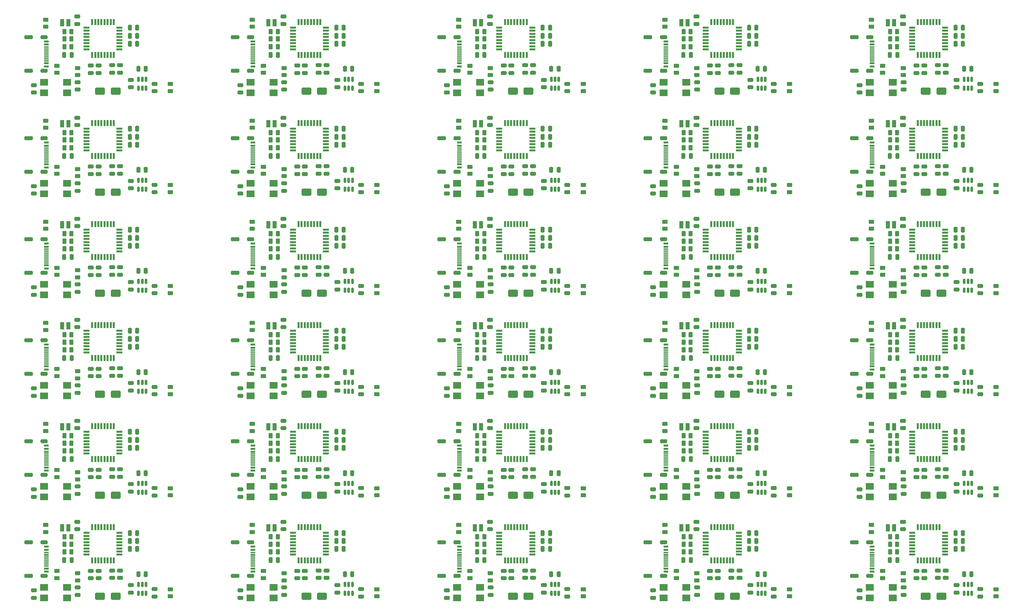
<source format=gbr>
%TF.GenerationSoftware,KiCad,Pcbnew,7.0.2*%
%TF.CreationDate,2023-06-29T11:18:24+02:00*%
%TF.ProjectId,zvukovka_panel,7a76756b-6f76-46b6-915f-70616e656c2e,rev?*%
%TF.SameCoordinates,Original*%
%TF.FileFunction,Paste,Top*%
%TF.FilePolarity,Positive*%
%FSLAX46Y46*%
G04 Gerber Fmt 4.6, Leading zero omitted, Abs format (unit mm)*
G04 Created by KiCad (PCBNEW 7.0.2) date 2023-06-29 11:18:24*
%MOMM*%
%LPD*%
G01*
G04 APERTURE LIST*
G04 Aperture macros list*
%AMRoundRect*
0 Rectangle with rounded corners*
0 $1 Rounding radius*
0 $2 $3 $4 $5 $6 $7 $8 $9 X,Y pos of 4 corners*
0 Add a 4 corners polygon primitive as box body*
4,1,4,$2,$3,$4,$5,$6,$7,$8,$9,$2,$3,0*
0 Add four circle primitives for the rounded corners*
1,1,$1+$1,$2,$3*
1,1,$1+$1,$4,$5*
1,1,$1+$1,$6,$7*
1,1,$1+$1,$8,$9*
0 Add four rect primitives between the rounded corners*
20,1,$1+$1,$2,$3,$4,$5,0*
20,1,$1+$1,$4,$5,$6,$7,0*
20,1,$1+$1,$6,$7,$8,$9,0*
20,1,$1+$1,$8,$9,$2,$3,0*%
G04 Aperture macros list end*
%ADD10RoundRect,0.250000X-0.475000X0.250000X-0.475000X-0.250000X0.475000X-0.250000X0.475000X0.250000X0*%
%ADD11RoundRect,0.250000X0.450000X-0.262500X0.450000X0.262500X-0.450000X0.262500X-0.450000X-0.262500X0*%
%ADD12RoundRect,0.250000X-0.450000X0.262500X-0.450000X-0.262500X0.450000X-0.262500X0.450000X0.262500X0*%
%ADD13RoundRect,0.250000X0.262500X0.450000X-0.262500X0.450000X-0.262500X-0.450000X0.262500X-0.450000X0*%
%ADD14RoundRect,0.250000X0.250000X0.475000X-0.250000X0.475000X-0.250000X-0.475000X0.250000X-0.475000X0*%
%ADD15R,2.100000X1.700000*%
%ADD16RoundRect,0.250000X-1.000000X-0.650000X1.000000X-0.650000X1.000000X0.650000X-1.000000X0.650000X0*%
%ADD17RoundRect,0.250000X-0.250000X-0.475000X0.250000X-0.475000X0.250000X0.475000X-0.250000X0.475000X0*%
%ADD18RoundRect,0.250000X0.475000X-0.250000X0.475000X0.250000X-0.475000X0.250000X-0.475000X-0.250000X0*%
%ADD19RoundRect,0.150000X-0.150000X0.512500X-0.150000X-0.512500X0.150000X-0.512500X0.150000X0.512500X0*%
%ADD20R,1.000000X1.900000*%
%ADD21RoundRect,0.250000X-0.262500X-0.450000X0.262500X-0.450000X0.262500X0.450000X-0.262500X0.450000X0*%
%ADD22R,1.600000X0.550000*%
%ADD23R,0.550000X1.600000*%
%ADD24R,1.200000X0.600000*%
%ADD25R,1.200000X0.300000*%
%ADD26RoundRect,0.250000X-0.650000X0.250000X-0.650000X-0.250000X0.650000X-0.250000X0.650000X0.250000X0*%
%ADD27RoundRect,0.250000X-0.850000X0.250000X-0.850000X-0.250000X0.850000X-0.250000X0.850000X0.250000X0*%
G04 APERTURE END LIST*
D10*
%TO.C,C13*%
X157375000Y-151650000D03*
X157375000Y-153550000D03*
%TD*%
D11*
%TO.C,R5*%
X185425000Y-122812500D03*
X185425000Y-120987500D03*
%TD*%
D12*
%TO.C,R4*%
X190725000Y-121587500D03*
X190725000Y-123412500D03*
%TD*%
%TO.C,R4*%
X243875000Y-121587500D03*
X243875000Y-123412500D03*
%TD*%
D11*
%TO.C,R5*%
X25975000Y-122812500D03*
X25975000Y-120987500D03*
%TD*%
D13*
%TO.C,R3*%
X242287500Y-116100000D03*
X240462500Y-116100000D03*
%TD*%
D11*
%TO.C,R5*%
X132275000Y-122812500D03*
X132275000Y-120987500D03*
%TD*%
D14*
%TO.C,C14*%
X46625000Y-61300000D03*
X44725000Y-61300000D03*
%TD*%
D15*
%TO.C,Y2*%
X75825000Y-179950000D03*
X81725000Y-179950000D03*
X81725000Y-177250000D03*
X75825000Y-177250000D03*
%TD*%
D13*
%TO.C,R3*%
X29687500Y-142100000D03*
X27862500Y-142100000D03*
%TD*%
D16*
%TO.C,D1*%
X196525000Y-179500000D03*
X200525000Y-179500000D03*
%TD*%
D10*
%TO.C,C9*%
X42225000Y-146850000D03*
X42225000Y-148750000D03*
%TD*%
D16*
%TO.C,D1*%
X90225000Y-49500000D03*
X94225000Y-49500000D03*
%TD*%
D17*
%TO.C,C11*%
X97875000Y-63300000D03*
X99775000Y-63300000D03*
%TD*%
D18*
%TO.C,C2*%
X84475000Y-49150000D03*
X84475000Y-47250000D03*
%TD*%
D14*
%TO.C,C17*%
X99775000Y-59200000D03*
X97875000Y-59200000D03*
%TD*%
%TO.C,C14*%
X259225000Y-113300000D03*
X257325000Y-113300000D03*
%TD*%
D15*
%TO.C,Y2*%
X182125000Y-153950000D03*
X188025000Y-153950000D03*
X188025000Y-151250000D03*
X182125000Y-151250000D03*
%TD*%
D14*
%TO.C,C10*%
X261425000Y-43800000D03*
X259525000Y-43800000D03*
%TD*%
D19*
%TO.C,U3*%
X48875000Y-176462500D03*
X47925000Y-176462500D03*
X46975000Y-176462500D03*
X46975000Y-178737500D03*
X47925000Y-178737500D03*
X48875000Y-178737500D03*
%TD*%
D16*
%TO.C,D1*%
X37075000Y-49500000D03*
X41075000Y-49500000D03*
%TD*%
D11*
%TO.C,R7*%
X235675000Y-58962500D03*
X235675000Y-57137500D03*
%TD*%
D14*
%TO.C,C10*%
X261425000Y-121800000D03*
X259525000Y-121800000D03*
%TD*%
D11*
%TO.C,R7*%
X76225000Y-58962500D03*
X76225000Y-57137500D03*
%TD*%
D18*
%TO.C,C8*%
X199625000Y-70750000D03*
X199625000Y-68850000D03*
%TD*%
D14*
%TO.C,C17*%
X99775000Y-111200000D03*
X97875000Y-111200000D03*
%TD*%
%TO.C,C14*%
X259225000Y-87300000D03*
X257325000Y-87300000D03*
%TD*%
D18*
%TO.C,C2*%
X31325000Y-127150000D03*
X31325000Y-125250000D03*
%TD*%
D10*
%TO.C,C3*%
X179475000Y-126000000D03*
X179475000Y-127900000D03*
%TD*%
D18*
%TO.C,C6*%
X34675000Y-44850000D03*
X34675000Y-42950000D03*
%TD*%
D20*
%TO.C,L1*%
X241475000Y-161900000D03*
X239875000Y-161900000D03*
%TD*%
D16*
%TO.C,D1*%
X196525000Y-101500000D03*
X200525000Y-101500000D03*
%TD*%
D21*
%TO.C,R2*%
X240462500Y-62100000D03*
X242287500Y-62100000D03*
%TD*%
D14*
%TO.C,C1*%
X29725000Y-118200000D03*
X27825000Y-118200000D03*
%TD*%
D17*
%TO.C,C11*%
X204175000Y-167300000D03*
X206075000Y-167300000D03*
%TD*%
D18*
%TO.C,C7*%
X142975000Y-148850000D03*
X142975000Y-146950000D03*
%TD*%
%TO.C,C2*%
X84475000Y-127150000D03*
X84475000Y-125250000D03*
%TD*%
%TO.C,C7*%
X249275000Y-174850000D03*
X249275000Y-172950000D03*
%TD*%
D17*
%TO.C,C11*%
X204175000Y-37300000D03*
X206075000Y-37300000D03*
%TD*%
%TO.C,C11*%
X257325000Y-37300000D03*
X259225000Y-37300000D03*
%TD*%
D18*
%TO.C,C2*%
X31325000Y-49150000D03*
X31325000Y-47250000D03*
%TD*%
D14*
%TO.C,C10*%
X155125000Y-43800000D03*
X153225000Y-43800000D03*
%TD*%
D16*
%TO.C,D1*%
X143375000Y-127500000D03*
X147375000Y-127500000D03*
%TD*%
D10*
%TO.C,C3*%
X232625000Y-178000000D03*
X232625000Y-179900000D03*
%TD*%
D19*
%TO.C,U3*%
X155175000Y-124462500D03*
X154225000Y-124462500D03*
X153275000Y-124462500D03*
X153275000Y-126737500D03*
X154225000Y-126737500D03*
X155175000Y-126737500D03*
%TD*%
D13*
%TO.C,R3*%
X29687500Y-38100000D03*
X27862500Y-38100000D03*
%TD*%
D22*
%TO.C,U2*%
X33565000Y-33180000D03*
X33565000Y-33980000D03*
X33565000Y-34780000D03*
X33565000Y-35580000D03*
X33565000Y-36380000D03*
X33565000Y-37180000D03*
X33565000Y-37980000D03*
X33565000Y-38780000D03*
D23*
X35015000Y-40230000D03*
X35815000Y-40230000D03*
X36615000Y-40230000D03*
X37415000Y-40230000D03*
X38215000Y-40230000D03*
X39015000Y-40230000D03*
X39815000Y-40230000D03*
X40615000Y-40230000D03*
D22*
X42065000Y-38780000D03*
X42065000Y-37980000D03*
X42065000Y-37180000D03*
X42065000Y-36380000D03*
X42065000Y-35580000D03*
X42065000Y-34780000D03*
X42065000Y-33980000D03*
X42065000Y-33180000D03*
D23*
X40615000Y-31730000D03*
X39815000Y-31730000D03*
X39015000Y-31730000D03*
X38215000Y-31730000D03*
X37415000Y-31730000D03*
X36615000Y-31730000D03*
X35815000Y-31730000D03*
X35015000Y-31730000D03*
%TD*%
D13*
%TO.C,R1*%
X135987500Y-86200000D03*
X134162500Y-86200000D03*
%TD*%
D12*
%TO.C,R6*%
X55175000Y-151687500D03*
X55175000Y-153512500D03*
%TD*%
D18*
%TO.C,C2*%
X137625000Y-153150000D03*
X137625000Y-151250000D03*
%TD*%
%TO.C,C7*%
X142975000Y-70850000D03*
X142975000Y-68950000D03*
%TD*%
D14*
%TO.C,C17*%
X206075000Y-163200000D03*
X204175000Y-163200000D03*
%TD*%
%TO.C,C17*%
X99775000Y-137200000D03*
X97875000Y-137200000D03*
%TD*%
D21*
%TO.C,R2*%
X27862500Y-36100000D03*
X29687500Y-36100000D03*
%TD*%
D13*
%TO.C,R1*%
X29687500Y-138200000D03*
X27862500Y-138200000D03*
%TD*%
D16*
%TO.C,D1*%
X37075000Y-179500000D03*
X41075000Y-179500000D03*
%TD*%
D12*
%TO.C,R6*%
X108325000Y-47687500D03*
X108325000Y-49512500D03*
%TD*%
D17*
%TO.C,C11*%
X257325000Y-89300000D03*
X259225000Y-89300000D03*
%TD*%
D10*
%TO.C,C9*%
X254825000Y-146850000D03*
X254825000Y-148750000D03*
%TD*%
D14*
%TO.C,C1*%
X29725000Y-92200000D03*
X27825000Y-92200000D03*
%TD*%
D10*
%TO.C,C13*%
X210525000Y-47650000D03*
X210525000Y-49550000D03*
%TD*%
%TO.C,C13*%
X104225000Y-99650000D03*
X104225000Y-101550000D03*
%TD*%
D13*
%TO.C,R1*%
X135987500Y-138200000D03*
X134162500Y-138200000D03*
%TD*%
D14*
%TO.C,C10*%
X101975000Y-121800000D03*
X100075000Y-121800000D03*
%TD*%
D20*
%TO.C,L1*%
X135175000Y-109900000D03*
X133575000Y-109900000D03*
%TD*%
D18*
%TO.C,C2*%
X31325000Y-75150000D03*
X31325000Y-73250000D03*
%TD*%
D19*
%TO.C,U3*%
X48875000Y-150462500D03*
X47925000Y-150462500D03*
X46975000Y-150462500D03*
X46975000Y-152737500D03*
X47925000Y-152737500D03*
X48875000Y-152737500D03*
%TD*%
D13*
%TO.C,R1*%
X189137500Y-164200000D03*
X187312500Y-164200000D03*
%TD*%
D14*
%TO.C,C14*%
X99775000Y-165300000D03*
X97875000Y-165300000D03*
%TD*%
%TO.C,C10*%
X261425000Y-147800000D03*
X259525000Y-147800000D03*
%TD*%
D13*
%TO.C,R1*%
X82837500Y-86200000D03*
X81012500Y-86200000D03*
%TD*%
D14*
%TO.C,C1*%
X242325000Y-144200000D03*
X240425000Y-144200000D03*
%TD*%
D15*
%TO.C,Y2*%
X22675000Y-127950000D03*
X28575000Y-127950000D03*
X28575000Y-125250000D03*
X22675000Y-125250000D03*
%TD*%
D20*
%TO.C,L1*%
X188325000Y-57900000D03*
X186725000Y-57900000D03*
%TD*%
D18*
%TO.C,C6*%
X140975000Y-148850000D03*
X140975000Y-146950000D03*
%TD*%
D24*
%TO.C,J1*%
X76425000Y-140750000D03*
X76425000Y-147150000D03*
X76425000Y-141550000D03*
X76425000Y-146350000D03*
D25*
X76425000Y-142700000D03*
X76425000Y-143700000D03*
X76425000Y-144200000D03*
X76425000Y-145200000D03*
X76425000Y-145700000D03*
X76425000Y-144700000D03*
X76425000Y-143200000D03*
X76425000Y-142200000D03*
D26*
X75825000Y-139630000D03*
D27*
X71825000Y-139630000D03*
D26*
X75825000Y-148270000D03*
D27*
X71825000Y-148270000D03*
%TD*%
D14*
%TO.C,C14*%
X99775000Y-139300000D03*
X97875000Y-139300000D03*
%TD*%
D18*
%TO.C,C7*%
X249275000Y-148850000D03*
X249275000Y-146950000D03*
%TD*%
D16*
%TO.C,D1*%
X37075000Y-101500000D03*
X41075000Y-101500000D03*
%TD*%
D10*
%TO.C,C9*%
X201675000Y-68850000D03*
X201675000Y-70750000D03*
%TD*%
D24*
%TO.C,J1*%
X235875000Y-36750000D03*
X235875000Y-43150000D03*
X235875000Y-37550000D03*
X235875000Y-42350000D03*
D25*
X235875000Y-38700000D03*
X235875000Y-39700000D03*
X235875000Y-40200000D03*
X235875000Y-41200000D03*
X235875000Y-41700000D03*
X235875000Y-40700000D03*
X235875000Y-39200000D03*
X235875000Y-38200000D03*
D26*
X235275000Y-35630000D03*
D27*
X231275000Y-35630000D03*
D26*
X235275000Y-44270000D03*
D27*
X231275000Y-44270000D03*
%TD*%
D19*
%TO.C,U3*%
X102025000Y-176462500D03*
X101075000Y-176462500D03*
X100125000Y-176462500D03*
X100125000Y-178737500D03*
X101075000Y-178737500D03*
X102025000Y-178737500D03*
%TD*%
D18*
%TO.C,C7*%
X89825000Y-174850000D03*
X89825000Y-172950000D03*
%TD*%
D10*
%TO.C,C13*%
X51075000Y-125650000D03*
X51075000Y-127550000D03*
%TD*%
D14*
%TO.C,C14*%
X259225000Y-61300000D03*
X257325000Y-61300000D03*
%TD*%
D18*
%TO.C,C7*%
X36675000Y-70850000D03*
X36675000Y-68950000D03*
%TD*%
%TO.C,C7*%
X89825000Y-44850000D03*
X89825000Y-42950000D03*
%TD*%
D13*
%TO.C,R1*%
X82837500Y-138200000D03*
X81012500Y-138200000D03*
%TD*%
D22*
%TO.C,U2*%
X193015000Y-163180000D03*
X193015000Y-163980000D03*
X193015000Y-164780000D03*
X193015000Y-165580000D03*
X193015000Y-166380000D03*
X193015000Y-167180000D03*
X193015000Y-167980000D03*
X193015000Y-168780000D03*
D23*
X194465000Y-170230000D03*
X195265000Y-170230000D03*
X196065000Y-170230000D03*
X196865000Y-170230000D03*
X197665000Y-170230000D03*
X198465000Y-170230000D03*
X199265000Y-170230000D03*
X200065000Y-170230000D03*
D22*
X201515000Y-168780000D03*
X201515000Y-167980000D03*
X201515000Y-167180000D03*
X201515000Y-166380000D03*
X201515000Y-165580000D03*
X201515000Y-164780000D03*
X201515000Y-163980000D03*
X201515000Y-163180000D03*
D23*
X200065000Y-161730000D03*
X199265000Y-161730000D03*
X198465000Y-161730000D03*
X197665000Y-161730000D03*
X196865000Y-161730000D03*
X196065000Y-161730000D03*
X195265000Y-161730000D03*
X194465000Y-161730000D03*
%TD*%
D11*
%TO.C,R5*%
X132275000Y-148812500D03*
X132275000Y-146987500D03*
%TD*%
D13*
%TO.C,R3*%
X29687500Y-90100000D03*
X27862500Y-90100000D03*
%TD*%
D14*
%TO.C,C1*%
X82875000Y-144200000D03*
X80975000Y-144200000D03*
%TD*%
%TO.C,C14*%
X46625000Y-165300000D03*
X44725000Y-165300000D03*
%TD*%
D17*
%TO.C,C11*%
X97875000Y-141300000D03*
X99775000Y-141300000D03*
%TD*%
D12*
%TO.C,R4*%
X137575000Y-147587500D03*
X137575000Y-149412500D03*
%TD*%
D10*
%TO.C,C9*%
X201675000Y-146850000D03*
X201675000Y-148750000D03*
%TD*%
D19*
%TO.C,U3*%
X208325000Y-124462500D03*
X207375000Y-124462500D03*
X206425000Y-124462500D03*
X206425000Y-126737500D03*
X207375000Y-126737500D03*
X208325000Y-126737500D03*
%TD*%
D11*
%TO.C,R7*%
X129375000Y-162962500D03*
X129375000Y-161137500D03*
%TD*%
D10*
%TO.C,C9*%
X148525000Y-42850000D03*
X148525000Y-44750000D03*
%TD*%
D20*
%TO.C,L1*%
X188325000Y-135900000D03*
X186725000Y-135900000D03*
%TD*%
D22*
%TO.C,U2*%
X193015000Y-33180000D03*
X193015000Y-33980000D03*
X193015000Y-34780000D03*
X193015000Y-35580000D03*
X193015000Y-36380000D03*
X193015000Y-37180000D03*
X193015000Y-37980000D03*
X193015000Y-38780000D03*
D23*
X194465000Y-40230000D03*
X195265000Y-40230000D03*
X196065000Y-40230000D03*
X196865000Y-40230000D03*
X197665000Y-40230000D03*
X198465000Y-40230000D03*
X199265000Y-40230000D03*
X200065000Y-40230000D03*
D22*
X201515000Y-38780000D03*
X201515000Y-37980000D03*
X201515000Y-37180000D03*
X201515000Y-36380000D03*
X201515000Y-35580000D03*
X201515000Y-34780000D03*
X201515000Y-33980000D03*
X201515000Y-33180000D03*
D23*
X200065000Y-31730000D03*
X199265000Y-31730000D03*
X198465000Y-31730000D03*
X197665000Y-31730000D03*
X196865000Y-31730000D03*
X196065000Y-31730000D03*
X195265000Y-31730000D03*
X194465000Y-31730000D03*
%TD*%
D12*
%TO.C,R6*%
X161475000Y-73687500D03*
X161475000Y-75512500D03*
%TD*%
D21*
%TO.C,R2*%
X27862500Y-166100000D03*
X29687500Y-166100000D03*
%TD*%
D18*
%TO.C,C2*%
X137625000Y-49150000D03*
X137625000Y-47250000D03*
%TD*%
D12*
%TO.C,R4*%
X190725000Y-147587500D03*
X190725000Y-149412500D03*
%TD*%
D20*
%TO.C,L1*%
X241475000Y-57900000D03*
X239875000Y-57900000D03*
%TD*%
D15*
%TO.C,Y2*%
X235275000Y-153950000D03*
X241175000Y-153950000D03*
X241175000Y-151250000D03*
X235275000Y-151250000D03*
%TD*%
D10*
%TO.C,C3*%
X20025000Y-152000000D03*
X20025000Y-153900000D03*
%TD*%
D12*
%TO.C,R6*%
X214625000Y-99687500D03*
X214625000Y-101512500D03*
%TD*%
D21*
%TO.C,R2*%
X134162500Y-166100000D03*
X135987500Y-166100000D03*
%TD*%
D10*
%TO.C,C13*%
X104225000Y-125650000D03*
X104225000Y-127550000D03*
%TD*%
D20*
%TO.C,L1*%
X28875000Y-31900000D03*
X27275000Y-31900000D03*
%TD*%
D21*
%TO.C,R2*%
X134162500Y-62100000D03*
X135987500Y-62100000D03*
%TD*%
D24*
%TO.C,J1*%
X129575000Y-88750000D03*
X129575000Y-95150000D03*
X129575000Y-89550000D03*
X129575000Y-94350000D03*
D25*
X129575000Y-90700000D03*
X129575000Y-91700000D03*
X129575000Y-92200000D03*
X129575000Y-93200000D03*
X129575000Y-93700000D03*
X129575000Y-92700000D03*
X129575000Y-91200000D03*
X129575000Y-90200000D03*
D26*
X128975000Y-87630000D03*
D27*
X124975000Y-87630000D03*
D26*
X128975000Y-96270000D03*
D27*
X124975000Y-96270000D03*
%TD*%
D18*
%TO.C,C6*%
X247275000Y-96850000D03*
X247275000Y-94950000D03*
%TD*%
%TO.C,C8*%
X146475000Y-122750000D03*
X146475000Y-120850000D03*
%TD*%
D10*
%TO.C,C3*%
X20025000Y-48000000D03*
X20025000Y-49900000D03*
%TD*%
D14*
%TO.C,C10*%
X208275000Y-95800000D03*
X206375000Y-95800000D03*
%TD*%
D10*
%TO.C,C15*%
X204475000Y-98650000D03*
X204475000Y-100550000D03*
%TD*%
D22*
%TO.C,U2*%
X193015000Y-111180000D03*
X193015000Y-111980000D03*
X193015000Y-112780000D03*
X193015000Y-113580000D03*
X193015000Y-114380000D03*
X193015000Y-115180000D03*
X193015000Y-115980000D03*
X193015000Y-116780000D03*
D23*
X194465000Y-118230000D03*
X195265000Y-118230000D03*
X196065000Y-118230000D03*
X196865000Y-118230000D03*
X197665000Y-118230000D03*
X198465000Y-118230000D03*
X199265000Y-118230000D03*
X200065000Y-118230000D03*
D22*
X201515000Y-116780000D03*
X201515000Y-115980000D03*
X201515000Y-115180000D03*
X201515000Y-114380000D03*
X201515000Y-113580000D03*
X201515000Y-112780000D03*
X201515000Y-111980000D03*
X201515000Y-111180000D03*
D23*
X200065000Y-109730000D03*
X199265000Y-109730000D03*
X198465000Y-109730000D03*
X197665000Y-109730000D03*
X196865000Y-109730000D03*
X196065000Y-109730000D03*
X195265000Y-109730000D03*
X194465000Y-109730000D03*
%TD*%
D12*
%TO.C,R6*%
X55175000Y-99687500D03*
X55175000Y-101512500D03*
%TD*%
D16*
%TO.C,D1*%
X196525000Y-153500000D03*
X200525000Y-153500000D03*
%TD*%
D12*
%TO.C,R6*%
X214625000Y-151687500D03*
X214625000Y-153512500D03*
%TD*%
D18*
%TO.C,C6*%
X87825000Y-174850000D03*
X87825000Y-172950000D03*
%TD*%
D10*
%TO.C,C15*%
X257625000Y-46650000D03*
X257625000Y-48550000D03*
%TD*%
D18*
%TO.C,C8*%
X40175000Y-70750000D03*
X40175000Y-68850000D03*
%TD*%
D13*
%TO.C,R1*%
X242287500Y-164200000D03*
X240462500Y-164200000D03*
%TD*%
D18*
%TO.C,C7*%
X142975000Y-174850000D03*
X142975000Y-172950000D03*
%TD*%
D11*
%TO.C,R7*%
X182525000Y-58962500D03*
X182525000Y-57137500D03*
%TD*%
D13*
%TO.C,R1*%
X242287500Y-112200000D03*
X240462500Y-112200000D03*
%TD*%
D11*
%TO.C,R5*%
X79125000Y-122812500D03*
X79125000Y-120987500D03*
%TD*%
D22*
%TO.C,U2*%
X86715000Y-137180000D03*
X86715000Y-137980000D03*
X86715000Y-138780000D03*
X86715000Y-139580000D03*
X86715000Y-140380000D03*
X86715000Y-141180000D03*
X86715000Y-141980000D03*
X86715000Y-142780000D03*
D23*
X88165000Y-144230000D03*
X88965000Y-144230000D03*
X89765000Y-144230000D03*
X90565000Y-144230000D03*
X91365000Y-144230000D03*
X92165000Y-144230000D03*
X92965000Y-144230000D03*
X93765000Y-144230000D03*
D22*
X95215000Y-142780000D03*
X95215000Y-141980000D03*
X95215000Y-141180000D03*
X95215000Y-140380000D03*
X95215000Y-139580000D03*
X95215000Y-138780000D03*
X95215000Y-137980000D03*
X95215000Y-137180000D03*
D23*
X93765000Y-135730000D03*
X92965000Y-135730000D03*
X92165000Y-135730000D03*
X91365000Y-135730000D03*
X90565000Y-135730000D03*
X89765000Y-135730000D03*
X88965000Y-135730000D03*
X88165000Y-135730000D03*
%TD*%
D12*
%TO.C,R4*%
X31275000Y-69587500D03*
X31275000Y-71412500D03*
%TD*%
D18*
%TO.C,C6*%
X87825000Y-122850000D03*
X87825000Y-120950000D03*
%TD*%
%TO.C,C6*%
X194125000Y-122850000D03*
X194125000Y-120950000D03*
%TD*%
D13*
%TO.C,R3*%
X189137500Y-38100000D03*
X187312500Y-38100000D03*
%TD*%
D12*
%TO.C,R6*%
X214625000Y-125687500D03*
X214625000Y-127512500D03*
%TD*%
D10*
%TO.C,C3*%
X126325000Y-152000000D03*
X126325000Y-153900000D03*
%TD*%
D12*
%TO.C,R6*%
X267775000Y-47687500D03*
X267775000Y-49512500D03*
%TD*%
D15*
%TO.C,Y2*%
X128975000Y-127950000D03*
X134875000Y-127950000D03*
X134875000Y-125250000D03*
X128975000Y-125250000D03*
%TD*%
D20*
%TO.C,L1*%
X82025000Y-109900000D03*
X80425000Y-109900000D03*
%TD*%
D10*
%TO.C,C15*%
X257625000Y-72650000D03*
X257625000Y-74550000D03*
%TD*%
D22*
%TO.C,U2*%
X193015000Y-137180000D03*
X193015000Y-137980000D03*
X193015000Y-138780000D03*
X193015000Y-139580000D03*
X193015000Y-140380000D03*
X193015000Y-141180000D03*
X193015000Y-141980000D03*
X193015000Y-142780000D03*
D23*
X194465000Y-144230000D03*
X195265000Y-144230000D03*
X196065000Y-144230000D03*
X196865000Y-144230000D03*
X197665000Y-144230000D03*
X198465000Y-144230000D03*
X199265000Y-144230000D03*
X200065000Y-144230000D03*
D22*
X201515000Y-142780000D03*
X201515000Y-141980000D03*
X201515000Y-141180000D03*
X201515000Y-140380000D03*
X201515000Y-139580000D03*
X201515000Y-138780000D03*
X201515000Y-137980000D03*
X201515000Y-137180000D03*
D23*
X200065000Y-135730000D03*
X199265000Y-135730000D03*
X198465000Y-135730000D03*
X197665000Y-135730000D03*
X196865000Y-135730000D03*
X196065000Y-135730000D03*
X195265000Y-135730000D03*
X194465000Y-135730000D03*
%TD*%
D18*
%TO.C,C7*%
X36675000Y-122850000D03*
X36675000Y-120950000D03*
%TD*%
D14*
%TO.C,C1*%
X136025000Y-92200000D03*
X134125000Y-92200000D03*
%TD*%
D10*
%TO.C,C3*%
X179475000Y-100000000D03*
X179475000Y-101900000D03*
%TD*%
%TO.C,C13*%
X210525000Y-73650000D03*
X210525000Y-75550000D03*
%TD*%
%TO.C,C18*%
X243775000Y-82350000D03*
X243775000Y-84250000D03*
%TD*%
D20*
%TO.C,L1*%
X82025000Y-57900000D03*
X80425000Y-57900000D03*
%TD*%
D16*
%TO.C,D1*%
X249675000Y-153500000D03*
X253675000Y-153500000D03*
%TD*%
D13*
%TO.C,R1*%
X82837500Y-164200000D03*
X81012500Y-164200000D03*
%TD*%
D10*
%TO.C,C15*%
X257625000Y-98650000D03*
X257625000Y-100550000D03*
%TD*%
D14*
%TO.C,C17*%
X259225000Y-85200000D03*
X257325000Y-85200000D03*
%TD*%
D13*
%TO.C,R1*%
X189137500Y-34200000D03*
X187312500Y-34200000D03*
%TD*%
D20*
%TO.C,L1*%
X135175000Y-83900000D03*
X133575000Y-83900000D03*
%TD*%
D18*
%TO.C,C8*%
X40175000Y-96750000D03*
X40175000Y-94850000D03*
%TD*%
D13*
%TO.C,R3*%
X189137500Y-64100000D03*
X187312500Y-64100000D03*
%TD*%
D12*
%TO.C,R6*%
X108325000Y-125687500D03*
X108325000Y-127512500D03*
%TD*%
D11*
%TO.C,R5*%
X238575000Y-122812500D03*
X238575000Y-120987500D03*
%TD*%
%TO.C,R5*%
X79125000Y-44812500D03*
X79125000Y-42987500D03*
%TD*%
D10*
%TO.C,C15*%
X151325000Y-124650000D03*
X151325000Y-126550000D03*
%TD*%
D15*
%TO.C,Y2*%
X75825000Y-127950000D03*
X81725000Y-127950000D03*
X81725000Y-125250000D03*
X75825000Y-125250000D03*
%TD*%
D18*
%TO.C,C8*%
X40175000Y-174750000D03*
X40175000Y-172850000D03*
%TD*%
D21*
%TO.C,R2*%
X134162500Y-140100000D03*
X135987500Y-140100000D03*
%TD*%
D10*
%TO.C,C18*%
X31175000Y-56350000D03*
X31175000Y-58250000D03*
%TD*%
%TO.C,C13*%
X210525000Y-99650000D03*
X210525000Y-101550000D03*
%TD*%
D18*
%TO.C,C8*%
X93325000Y-148750000D03*
X93325000Y-146850000D03*
%TD*%
D12*
%TO.C,R6*%
X161475000Y-47687500D03*
X161475000Y-49512500D03*
%TD*%
%TO.C,R4*%
X243875000Y-147587500D03*
X243875000Y-149412500D03*
%TD*%
D10*
%TO.C,C13*%
X51075000Y-73650000D03*
X51075000Y-75550000D03*
%TD*%
D19*
%TO.C,U3*%
X155175000Y-176462500D03*
X154225000Y-176462500D03*
X153275000Y-176462500D03*
X153275000Y-178737500D03*
X154225000Y-178737500D03*
X155175000Y-178737500D03*
%TD*%
D10*
%TO.C,C18*%
X190625000Y-134350000D03*
X190625000Y-136250000D03*
%TD*%
%TO.C,C13*%
X157375000Y-125650000D03*
X157375000Y-127550000D03*
%TD*%
D18*
%TO.C,C6*%
X34675000Y-148850000D03*
X34675000Y-146950000D03*
%TD*%
%TO.C,C6*%
X194125000Y-70850000D03*
X194125000Y-68950000D03*
%TD*%
%TO.C,C8*%
X146475000Y-148750000D03*
X146475000Y-146850000D03*
%TD*%
D11*
%TO.C,R5*%
X132275000Y-70812500D03*
X132275000Y-68987500D03*
%TD*%
D21*
%TO.C,R2*%
X27862500Y-140100000D03*
X29687500Y-140100000D03*
%TD*%
D22*
%TO.C,U2*%
X139865000Y-163180000D03*
X139865000Y-163980000D03*
X139865000Y-164780000D03*
X139865000Y-165580000D03*
X139865000Y-166380000D03*
X139865000Y-167180000D03*
X139865000Y-167980000D03*
X139865000Y-168780000D03*
D23*
X141315000Y-170230000D03*
X142115000Y-170230000D03*
X142915000Y-170230000D03*
X143715000Y-170230000D03*
X144515000Y-170230000D03*
X145315000Y-170230000D03*
X146115000Y-170230000D03*
X146915000Y-170230000D03*
D22*
X148365000Y-168780000D03*
X148365000Y-167980000D03*
X148365000Y-167180000D03*
X148365000Y-166380000D03*
X148365000Y-165580000D03*
X148365000Y-164780000D03*
X148365000Y-163980000D03*
X148365000Y-163180000D03*
D23*
X146915000Y-161730000D03*
X146115000Y-161730000D03*
X145315000Y-161730000D03*
X144515000Y-161730000D03*
X143715000Y-161730000D03*
X142915000Y-161730000D03*
X142115000Y-161730000D03*
X141315000Y-161730000D03*
%TD*%
D14*
%TO.C,C17*%
X99775000Y-33200000D03*
X97875000Y-33200000D03*
%TD*%
D15*
%TO.C,Y2*%
X22675000Y-101950000D03*
X28575000Y-101950000D03*
X28575000Y-99250000D03*
X22675000Y-99250000D03*
%TD*%
D22*
%TO.C,U2*%
X33565000Y-85180000D03*
X33565000Y-85980000D03*
X33565000Y-86780000D03*
X33565000Y-87580000D03*
X33565000Y-88380000D03*
X33565000Y-89180000D03*
X33565000Y-89980000D03*
X33565000Y-90780000D03*
D23*
X35015000Y-92230000D03*
X35815000Y-92230000D03*
X36615000Y-92230000D03*
X37415000Y-92230000D03*
X38215000Y-92230000D03*
X39015000Y-92230000D03*
X39815000Y-92230000D03*
X40615000Y-92230000D03*
D22*
X42065000Y-90780000D03*
X42065000Y-89980000D03*
X42065000Y-89180000D03*
X42065000Y-88380000D03*
X42065000Y-87580000D03*
X42065000Y-86780000D03*
X42065000Y-85980000D03*
X42065000Y-85180000D03*
D23*
X40615000Y-83730000D03*
X39815000Y-83730000D03*
X39015000Y-83730000D03*
X38215000Y-83730000D03*
X37415000Y-83730000D03*
X36615000Y-83730000D03*
X35815000Y-83730000D03*
X35015000Y-83730000D03*
%TD*%
D20*
%TO.C,L1*%
X135175000Y-31900000D03*
X133575000Y-31900000D03*
%TD*%
D11*
%TO.C,R5*%
X25975000Y-44812500D03*
X25975000Y-42987500D03*
%TD*%
D12*
%TO.C,R4*%
X243875000Y-173587500D03*
X243875000Y-175412500D03*
%TD*%
D11*
%TO.C,R5*%
X25975000Y-148812500D03*
X25975000Y-146987500D03*
%TD*%
D24*
%TO.C,J1*%
X235875000Y-140750000D03*
X235875000Y-147150000D03*
X235875000Y-141550000D03*
X235875000Y-146350000D03*
D25*
X235875000Y-142700000D03*
X235875000Y-143700000D03*
X235875000Y-144200000D03*
X235875000Y-145200000D03*
X235875000Y-145700000D03*
X235875000Y-144700000D03*
X235875000Y-143200000D03*
X235875000Y-142200000D03*
D26*
X235275000Y-139630000D03*
D27*
X231275000Y-139630000D03*
D26*
X235275000Y-148270000D03*
D27*
X231275000Y-148270000D03*
%TD*%
D18*
%TO.C,C7*%
X196125000Y-148850000D03*
X196125000Y-146950000D03*
%TD*%
D12*
%TO.C,R4*%
X31275000Y-43587500D03*
X31275000Y-45412500D03*
%TD*%
D14*
%TO.C,C1*%
X189175000Y-92200000D03*
X187275000Y-92200000D03*
%TD*%
D11*
%TO.C,R7*%
X129375000Y-58962500D03*
X129375000Y-57137500D03*
%TD*%
D22*
%TO.C,U2*%
X246165000Y-85180000D03*
X246165000Y-85980000D03*
X246165000Y-86780000D03*
X246165000Y-87580000D03*
X246165000Y-88380000D03*
X246165000Y-89180000D03*
X246165000Y-89980000D03*
X246165000Y-90780000D03*
D23*
X247615000Y-92230000D03*
X248415000Y-92230000D03*
X249215000Y-92230000D03*
X250015000Y-92230000D03*
X250815000Y-92230000D03*
X251615000Y-92230000D03*
X252415000Y-92230000D03*
X253215000Y-92230000D03*
D22*
X254665000Y-90780000D03*
X254665000Y-89980000D03*
X254665000Y-89180000D03*
X254665000Y-88380000D03*
X254665000Y-87580000D03*
X254665000Y-86780000D03*
X254665000Y-85980000D03*
X254665000Y-85180000D03*
D23*
X253215000Y-83730000D03*
X252415000Y-83730000D03*
X251615000Y-83730000D03*
X250815000Y-83730000D03*
X250015000Y-83730000D03*
X249215000Y-83730000D03*
X248415000Y-83730000D03*
X247615000Y-83730000D03*
%TD*%
D10*
%TO.C,C18*%
X190625000Y-30350000D03*
X190625000Y-32250000D03*
%TD*%
D12*
%TO.C,R4*%
X137575000Y-95587500D03*
X137575000Y-97412500D03*
%TD*%
D21*
%TO.C,R2*%
X81012500Y-166100000D03*
X82837500Y-166100000D03*
%TD*%
D10*
%TO.C,C18*%
X84325000Y-108350000D03*
X84325000Y-110250000D03*
%TD*%
D13*
%TO.C,R1*%
X242287500Y-34200000D03*
X240462500Y-34200000D03*
%TD*%
D19*
%TO.C,U3*%
X102025000Y-150462500D03*
X101075000Y-150462500D03*
X100125000Y-150462500D03*
X100125000Y-152737500D03*
X101075000Y-152737500D03*
X102025000Y-152737500D03*
%TD*%
D14*
%TO.C,C17*%
X99775000Y-163200000D03*
X97875000Y-163200000D03*
%TD*%
D19*
%TO.C,U3*%
X48875000Y-46462500D03*
X47925000Y-46462500D03*
X46975000Y-46462500D03*
X46975000Y-48737500D03*
X47925000Y-48737500D03*
X48875000Y-48737500D03*
%TD*%
D21*
%TO.C,R2*%
X187312500Y-114100000D03*
X189137500Y-114100000D03*
%TD*%
%TO.C,R2*%
X240462500Y-140100000D03*
X242287500Y-140100000D03*
%TD*%
D14*
%TO.C,C17*%
X206075000Y-33200000D03*
X204175000Y-33200000D03*
%TD*%
%TO.C,C10*%
X261425000Y-69800000D03*
X259525000Y-69800000D03*
%TD*%
D13*
%TO.C,R3*%
X82837500Y-168100000D03*
X81012500Y-168100000D03*
%TD*%
D17*
%TO.C,C11*%
X204175000Y-115300000D03*
X206075000Y-115300000D03*
%TD*%
D14*
%TO.C,C14*%
X99775000Y-35300000D03*
X97875000Y-35300000D03*
%TD*%
D11*
%TO.C,R7*%
X129375000Y-32962500D03*
X129375000Y-31137500D03*
%TD*%
D12*
%TO.C,R6*%
X161475000Y-151687500D03*
X161475000Y-153512500D03*
%TD*%
D11*
%TO.C,R5*%
X25975000Y-70812500D03*
X25975000Y-68987500D03*
%TD*%
D10*
%TO.C,C13*%
X263675000Y-125650000D03*
X263675000Y-127550000D03*
%TD*%
D13*
%TO.C,R1*%
X189137500Y-86200000D03*
X187312500Y-86200000D03*
%TD*%
D18*
%TO.C,C6*%
X87825000Y-70850000D03*
X87825000Y-68950000D03*
%TD*%
D12*
%TO.C,R4*%
X84425000Y-69587500D03*
X84425000Y-71412500D03*
%TD*%
D21*
%TO.C,R2*%
X134162500Y-36100000D03*
X135987500Y-36100000D03*
%TD*%
%TO.C,R2*%
X81012500Y-36100000D03*
X82837500Y-36100000D03*
%TD*%
D11*
%TO.C,R5*%
X185425000Y-148812500D03*
X185425000Y-146987500D03*
%TD*%
D18*
%TO.C,C8*%
X93325000Y-44750000D03*
X93325000Y-42850000D03*
%TD*%
D24*
%TO.C,J1*%
X235875000Y-166750000D03*
X235875000Y-173150000D03*
X235875000Y-167550000D03*
X235875000Y-172350000D03*
D25*
X235875000Y-168700000D03*
X235875000Y-169700000D03*
X235875000Y-170200000D03*
X235875000Y-171200000D03*
X235875000Y-171700000D03*
X235875000Y-170700000D03*
X235875000Y-169200000D03*
X235875000Y-168200000D03*
D26*
X235275000Y-165630000D03*
D27*
X231275000Y-165630000D03*
D26*
X235275000Y-174270000D03*
D27*
X231275000Y-174270000D03*
%TD*%
D11*
%TO.C,R5*%
X79125000Y-174812500D03*
X79125000Y-172987500D03*
%TD*%
D15*
%TO.C,Y2*%
X235275000Y-101950000D03*
X241175000Y-101950000D03*
X241175000Y-99250000D03*
X235275000Y-99250000D03*
%TD*%
D17*
%TO.C,C11*%
X257325000Y-63300000D03*
X259225000Y-63300000D03*
%TD*%
%TO.C,C11*%
X44725000Y-63300000D03*
X46625000Y-63300000D03*
%TD*%
D14*
%TO.C,C10*%
X208275000Y-43800000D03*
X206375000Y-43800000D03*
%TD*%
D10*
%TO.C,C15*%
X98175000Y-46650000D03*
X98175000Y-48550000D03*
%TD*%
D18*
%TO.C,C2*%
X243925000Y-153150000D03*
X243925000Y-151250000D03*
%TD*%
D11*
%TO.C,R7*%
X182525000Y-136962500D03*
X182525000Y-135137500D03*
%TD*%
D22*
%TO.C,U2*%
X86715000Y-59180000D03*
X86715000Y-59980000D03*
X86715000Y-60780000D03*
X86715000Y-61580000D03*
X86715000Y-62380000D03*
X86715000Y-63180000D03*
X86715000Y-63980000D03*
X86715000Y-64780000D03*
D23*
X88165000Y-66230000D03*
X88965000Y-66230000D03*
X89765000Y-66230000D03*
X90565000Y-66230000D03*
X91365000Y-66230000D03*
X92165000Y-66230000D03*
X92965000Y-66230000D03*
X93765000Y-66230000D03*
D22*
X95215000Y-64780000D03*
X95215000Y-63980000D03*
X95215000Y-63180000D03*
X95215000Y-62380000D03*
X95215000Y-61580000D03*
X95215000Y-60780000D03*
X95215000Y-59980000D03*
X95215000Y-59180000D03*
D23*
X93765000Y-57730000D03*
X92965000Y-57730000D03*
X92165000Y-57730000D03*
X91365000Y-57730000D03*
X90565000Y-57730000D03*
X89765000Y-57730000D03*
X88965000Y-57730000D03*
X88165000Y-57730000D03*
%TD*%
D11*
%TO.C,R7*%
X23075000Y-162962500D03*
X23075000Y-161137500D03*
%TD*%
D10*
%TO.C,C9*%
X148525000Y-120850000D03*
X148525000Y-122750000D03*
%TD*%
D14*
%TO.C,C10*%
X101975000Y-147800000D03*
X100075000Y-147800000D03*
%TD*%
D10*
%TO.C,C18*%
X137475000Y-134350000D03*
X137475000Y-136250000D03*
%TD*%
D14*
%TO.C,C1*%
X189175000Y-66200000D03*
X187275000Y-66200000D03*
%TD*%
D13*
%TO.C,R3*%
X242287500Y-90100000D03*
X240462500Y-90100000D03*
%TD*%
D10*
%TO.C,C13*%
X51075000Y-47650000D03*
X51075000Y-49550000D03*
%TD*%
D12*
%TO.C,R4*%
X137575000Y-173587500D03*
X137575000Y-175412500D03*
%TD*%
D10*
%TO.C,C9*%
X95375000Y-172850000D03*
X95375000Y-174750000D03*
%TD*%
D14*
%TO.C,C17*%
X152925000Y-59200000D03*
X151025000Y-59200000D03*
%TD*%
D10*
%TO.C,C15*%
X45025000Y-98650000D03*
X45025000Y-100550000D03*
%TD*%
D16*
%TO.C,D1*%
X249675000Y-49500000D03*
X253675000Y-49500000D03*
%TD*%
D14*
%TO.C,C17*%
X46625000Y-111200000D03*
X44725000Y-111200000D03*
%TD*%
D18*
%TO.C,C6*%
X34675000Y-122850000D03*
X34675000Y-120950000D03*
%TD*%
D14*
%TO.C,C17*%
X259225000Y-33200000D03*
X257325000Y-33200000D03*
%TD*%
D13*
%TO.C,R3*%
X242287500Y-64100000D03*
X240462500Y-64100000D03*
%TD*%
D12*
%TO.C,R6*%
X161475000Y-177687500D03*
X161475000Y-179512500D03*
%TD*%
D11*
%TO.C,R7*%
X182525000Y-32962500D03*
X182525000Y-31137500D03*
%TD*%
D24*
%TO.C,J1*%
X23275000Y-88750000D03*
X23275000Y-95150000D03*
X23275000Y-89550000D03*
X23275000Y-94350000D03*
D25*
X23275000Y-90700000D03*
X23275000Y-91700000D03*
X23275000Y-92200000D03*
X23275000Y-93200000D03*
X23275000Y-93700000D03*
X23275000Y-92700000D03*
X23275000Y-91200000D03*
X23275000Y-90200000D03*
D26*
X22675000Y-87630000D03*
D27*
X18675000Y-87630000D03*
D26*
X22675000Y-96270000D03*
D27*
X18675000Y-96270000D03*
%TD*%
D10*
%TO.C,C13*%
X210525000Y-125650000D03*
X210525000Y-127550000D03*
%TD*%
%TO.C,C15*%
X151325000Y-150650000D03*
X151325000Y-152550000D03*
%TD*%
D11*
%TO.C,R5*%
X132275000Y-44812500D03*
X132275000Y-42987500D03*
%TD*%
D14*
%TO.C,C10*%
X101975000Y-69800000D03*
X100075000Y-69800000D03*
%TD*%
D18*
%TO.C,C6*%
X140975000Y-96850000D03*
X140975000Y-94950000D03*
%TD*%
%TO.C,C6*%
X140975000Y-70850000D03*
X140975000Y-68950000D03*
%TD*%
D10*
%TO.C,C18*%
X243775000Y-134350000D03*
X243775000Y-136250000D03*
%TD*%
D14*
%TO.C,C1*%
X242325000Y-92200000D03*
X240425000Y-92200000D03*
%TD*%
%TO.C,C14*%
X259225000Y-139300000D03*
X257325000Y-139300000D03*
%TD*%
D10*
%TO.C,C13*%
X104225000Y-177650000D03*
X104225000Y-179550000D03*
%TD*%
D13*
%TO.C,R3*%
X242287500Y-142100000D03*
X240462500Y-142100000D03*
%TD*%
D10*
%TO.C,C3*%
X73175000Y-100000000D03*
X73175000Y-101900000D03*
%TD*%
%TO.C,C18*%
X84325000Y-82350000D03*
X84325000Y-84250000D03*
%TD*%
D14*
%TO.C,C1*%
X136025000Y-170200000D03*
X134125000Y-170200000D03*
%TD*%
D15*
%TO.C,Y2*%
X75825000Y-49950000D03*
X81725000Y-49950000D03*
X81725000Y-47250000D03*
X75825000Y-47250000D03*
%TD*%
D20*
%TO.C,L1*%
X28875000Y-83900000D03*
X27275000Y-83900000D03*
%TD*%
D13*
%TO.C,R1*%
X189137500Y-60200000D03*
X187312500Y-60200000D03*
%TD*%
D18*
%TO.C,C8*%
X93325000Y-96750000D03*
X93325000Y-94850000D03*
%TD*%
D11*
%TO.C,R5*%
X185425000Y-174812500D03*
X185425000Y-172987500D03*
%TD*%
D10*
%TO.C,C15*%
X151325000Y-176650000D03*
X151325000Y-178550000D03*
%TD*%
D22*
%TO.C,U2*%
X246165000Y-137180000D03*
X246165000Y-137980000D03*
X246165000Y-138780000D03*
X246165000Y-139580000D03*
X246165000Y-140380000D03*
X246165000Y-141180000D03*
X246165000Y-141980000D03*
X246165000Y-142780000D03*
D23*
X247615000Y-144230000D03*
X248415000Y-144230000D03*
X249215000Y-144230000D03*
X250015000Y-144230000D03*
X250815000Y-144230000D03*
X251615000Y-144230000D03*
X252415000Y-144230000D03*
X253215000Y-144230000D03*
D22*
X254665000Y-142780000D03*
X254665000Y-141980000D03*
X254665000Y-141180000D03*
X254665000Y-140380000D03*
X254665000Y-139580000D03*
X254665000Y-138780000D03*
X254665000Y-137980000D03*
X254665000Y-137180000D03*
D23*
X253215000Y-135730000D03*
X252415000Y-135730000D03*
X251615000Y-135730000D03*
X250815000Y-135730000D03*
X250015000Y-135730000D03*
X249215000Y-135730000D03*
X248415000Y-135730000D03*
X247615000Y-135730000D03*
%TD*%
D10*
%TO.C,C3*%
X20025000Y-126000000D03*
X20025000Y-127900000D03*
%TD*%
D16*
%TO.C,D1*%
X249675000Y-75500000D03*
X253675000Y-75500000D03*
%TD*%
D14*
%TO.C,C10*%
X101975000Y-173800000D03*
X100075000Y-173800000D03*
%TD*%
%TO.C,C14*%
X152925000Y-165300000D03*
X151025000Y-165300000D03*
%TD*%
%TO.C,C10*%
X48825000Y-69800000D03*
X46925000Y-69800000D03*
%TD*%
D19*
%TO.C,U3*%
X155175000Y-150462500D03*
X154225000Y-150462500D03*
X153275000Y-150462500D03*
X153275000Y-152737500D03*
X154225000Y-152737500D03*
X155175000Y-152737500D03*
%TD*%
D11*
%TO.C,R7*%
X235675000Y-136962500D03*
X235675000Y-135137500D03*
%TD*%
D14*
%TO.C,C1*%
X189175000Y-118200000D03*
X187275000Y-118200000D03*
%TD*%
D18*
%TO.C,C2*%
X190775000Y-153150000D03*
X190775000Y-151250000D03*
%TD*%
D15*
%TO.C,Y2*%
X22675000Y-75950000D03*
X28575000Y-75950000D03*
X28575000Y-73250000D03*
X22675000Y-73250000D03*
%TD*%
D14*
%TO.C,C14*%
X152925000Y-35300000D03*
X151025000Y-35300000D03*
%TD*%
%TO.C,C17*%
X206075000Y-111200000D03*
X204175000Y-111200000D03*
%TD*%
D16*
%TO.C,D1*%
X90225000Y-101500000D03*
X94225000Y-101500000D03*
%TD*%
D14*
%TO.C,C1*%
X136025000Y-66200000D03*
X134125000Y-66200000D03*
%TD*%
D10*
%TO.C,C15*%
X151325000Y-46650000D03*
X151325000Y-48550000D03*
%TD*%
%TO.C,C9*%
X95375000Y-120850000D03*
X95375000Y-122750000D03*
%TD*%
D14*
%TO.C,C17*%
X99775000Y-85200000D03*
X97875000Y-85200000D03*
%TD*%
%TO.C,C17*%
X152925000Y-137200000D03*
X151025000Y-137200000D03*
%TD*%
%TO.C,C17*%
X152925000Y-111200000D03*
X151025000Y-111200000D03*
%TD*%
%TO.C,C17*%
X46625000Y-85200000D03*
X44725000Y-85200000D03*
%TD*%
D18*
%TO.C,C7*%
X36675000Y-96850000D03*
X36675000Y-94950000D03*
%TD*%
%TO.C,C2*%
X137625000Y-75150000D03*
X137625000Y-73250000D03*
%TD*%
%TO.C,C7*%
X89825000Y-70850000D03*
X89825000Y-68950000D03*
%TD*%
D22*
%TO.C,U2*%
X246165000Y-59180000D03*
X246165000Y-59980000D03*
X246165000Y-60780000D03*
X246165000Y-61580000D03*
X246165000Y-62380000D03*
X246165000Y-63180000D03*
X246165000Y-63980000D03*
X246165000Y-64780000D03*
D23*
X247615000Y-66230000D03*
X248415000Y-66230000D03*
X249215000Y-66230000D03*
X250015000Y-66230000D03*
X250815000Y-66230000D03*
X251615000Y-66230000D03*
X252415000Y-66230000D03*
X253215000Y-66230000D03*
D22*
X254665000Y-64780000D03*
X254665000Y-63980000D03*
X254665000Y-63180000D03*
X254665000Y-62380000D03*
X254665000Y-61580000D03*
X254665000Y-60780000D03*
X254665000Y-59980000D03*
X254665000Y-59180000D03*
D23*
X253215000Y-57730000D03*
X252415000Y-57730000D03*
X251615000Y-57730000D03*
X250815000Y-57730000D03*
X250015000Y-57730000D03*
X249215000Y-57730000D03*
X248415000Y-57730000D03*
X247615000Y-57730000D03*
%TD*%
D17*
%TO.C,C11*%
X44725000Y-89300000D03*
X46625000Y-89300000D03*
%TD*%
D11*
%TO.C,R5*%
X185425000Y-44812500D03*
X185425000Y-42987500D03*
%TD*%
D17*
%TO.C,C11*%
X97875000Y-167300000D03*
X99775000Y-167300000D03*
%TD*%
D10*
%TO.C,C15*%
X204475000Y-150650000D03*
X204475000Y-152550000D03*
%TD*%
D11*
%TO.C,R5*%
X25975000Y-96812500D03*
X25975000Y-94987500D03*
%TD*%
D14*
%TO.C,C14*%
X152925000Y-139300000D03*
X151025000Y-139300000D03*
%TD*%
D22*
%TO.C,U2*%
X193015000Y-59180000D03*
X193015000Y-59980000D03*
X193015000Y-60780000D03*
X193015000Y-61580000D03*
X193015000Y-62380000D03*
X193015000Y-63180000D03*
X193015000Y-63980000D03*
X193015000Y-64780000D03*
D23*
X194465000Y-66230000D03*
X195265000Y-66230000D03*
X196065000Y-66230000D03*
X196865000Y-66230000D03*
X197665000Y-66230000D03*
X198465000Y-66230000D03*
X199265000Y-66230000D03*
X200065000Y-66230000D03*
D22*
X201515000Y-64780000D03*
X201515000Y-63980000D03*
X201515000Y-63180000D03*
X201515000Y-62380000D03*
X201515000Y-61580000D03*
X201515000Y-60780000D03*
X201515000Y-59980000D03*
X201515000Y-59180000D03*
D23*
X200065000Y-57730000D03*
X199265000Y-57730000D03*
X198465000Y-57730000D03*
X197665000Y-57730000D03*
X196865000Y-57730000D03*
X196065000Y-57730000D03*
X195265000Y-57730000D03*
X194465000Y-57730000D03*
%TD*%
D18*
%TO.C,C8*%
X146475000Y-44750000D03*
X146475000Y-42850000D03*
%TD*%
D12*
%TO.C,R4*%
X137575000Y-43587500D03*
X137575000Y-45412500D03*
%TD*%
%TO.C,R4*%
X84425000Y-147587500D03*
X84425000Y-149412500D03*
%TD*%
D18*
%TO.C,C6*%
X140975000Y-122850000D03*
X140975000Y-120950000D03*
%TD*%
D17*
%TO.C,C11*%
X151025000Y-167300000D03*
X152925000Y-167300000D03*
%TD*%
D10*
%TO.C,C3*%
X179475000Y-152000000D03*
X179475000Y-153900000D03*
%TD*%
D12*
%TO.C,R6*%
X55175000Y-47687500D03*
X55175000Y-49512500D03*
%TD*%
D21*
%TO.C,R2*%
X187312500Y-62100000D03*
X189137500Y-62100000D03*
%TD*%
D14*
%TO.C,C10*%
X155125000Y-69800000D03*
X153225000Y-69800000D03*
%TD*%
D12*
%TO.C,R4*%
X31275000Y-173587500D03*
X31275000Y-175412500D03*
%TD*%
D10*
%TO.C,C9*%
X254825000Y-68850000D03*
X254825000Y-70750000D03*
%TD*%
D16*
%TO.C,D1*%
X143375000Y-75500000D03*
X147375000Y-75500000D03*
%TD*%
D13*
%TO.C,R1*%
X135987500Y-34200000D03*
X134162500Y-34200000D03*
%TD*%
D19*
%TO.C,U3*%
X261475000Y-124462500D03*
X260525000Y-124462500D03*
X259575000Y-124462500D03*
X259575000Y-126737500D03*
X260525000Y-126737500D03*
X261475000Y-126737500D03*
%TD*%
D18*
%TO.C,C6*%
X140975000Y-44850000D03*
X140975000Y-42950000D03*
%TD*%
D10*
%TO.C,C15*%
X98175000Y-72650000D03*
X98175000Y-74550000D03*
%TD*%
D12*
%TO.C,R6*%
X161475000Y-125687500D03*
X161475000Y-127512500D03*
%TD*%
D10*
%TO.C,C3*%
X126325000Y-178000000D03*
X126325000Y-179900000D03*
%TD*%
D18*
%TO.C,C6*%
X194125000Y-174850000D03*
X194125000Y-172950000D03*
%TD*%
D22*
%TO.C,U2*%
X33565000Y-163180000D03*
X33565000Y-163980000D03*
X33565000Y-164780000D03*
X33565000Y-165580000D03*
X33565000Y-166380000D03*
X33565000Y-167180000D03*
X33565000Y-167980000D03*
X33565000Y-168780000D03*
D23*
X35015000Y-170230000D03*
X35815000Y-170230000D03*
X36615000Y-170230000D03*
X37415000Y-170230000D03*
X38215000Y-170230000D03*
X39015000Y-170230000D03*
X39815000Y-170230000D03*
X40615000Y-170230000D03*
D22*
X42065000Y-168780000D03*
X42065000Y-167980000D03*
X42065000Y-167180000D03*
X42065000Y-166380000D03*
X42065000Y-165580000D03*
X42065000Y-164780000D03*
X42065000Y-163980000D03*
X42065000Y-163180000D03*
D23*
X40615000Y-161730000D03*
X39815000Y-161730000D03*
X39015000Y-161730000D03*
X38215000Y-161730000D03*
X37415000Y-161730000D03*
X36615000Y-161730000D03*
X35815000Y-161730000D03*
X35015000Y-161730000D03*
%TD*%
D14*
%TO.C,C14*%
X206075000Y-139300000D03*
X204175000Y-139300000D03*
%TD*%
%TO.C,C17*%
X206075000Y-137200000D03*
X204175000Y-137200000D03*
%TD*%
%TO.C,C14*%
X46625000Y-113300000D03*
X44725000Y-113300000D03*
%TD*%
D24*
%TO.C,J1*%
X235875000Y-114750000D03*
X235875000Y-121150000D03*
X235875000Y-115550000D03*
X235875000Y-120350000D03*
D25*
X235875000Y-116700000D03*
X235875000Y-117700000D03*
X235875000Y-118200000D03*
X235875000Y-119200000D03*
X235875000Y-119700000D03*
X235875000Y-118700000D03*
X235875000Y-117200000D03*
X235875000Y-116200000D03*
D26*
X235275000Y-113630000D03*
D27*
X231275000Y-113630000D03*
D26*
X235275000Y-122270000D03*
D27*
X231275000Y-122270000D03*
%TD*%
D19*
%TO.C,U3*%
X208325000Y-46462500D03*
X207375000Y-46462500D03*
X206425000Y-46462500D03*
X206425000Y-48737500D03*
X207375000Y-48737500D03*
X208325000Y-48737500D03*
%TD*%
D10*
%TO.C,C9*%
X201675000Y-94850000D03*
X201675000Y-96750000D03*
%TD*%
D24*
%TO.C,J1*%
X23275000Y-114750000D03*
X23275000Y-121150000D03*
X23275000Y-115550000D03*
X23275000Y-120350000D03*
D25*
X23275000Y-116700000D03*
X23275000Y-117700000D03*
X23275000Y-118200000D03*
X23275000Y-119200000D03*
X23275000Y-119700000D03*
X23275000Y-118700000D03*
X23275000Y-117200000D03*
X23275000Y-116200000D03*
D26*
X22675000Y-113630000D03*
D27*
X18675000Y-113630000D03*
D26*
X22675000Y-122270000D03*
D27*
X18675000Y-122270000D03*
%TD*%
D15*
%TO.C,Y2*%
X128975000Y-75950000D03*
X134875000Y-75950000D03*
X134875000Y-73250000D03*
X128975000Y-73250000D03*
%TD*%
D10*
%TO.C,C3*%
X232625000Y-152000000D03*
X232625000Y-153900000D03*
%TD*%
%TO.C,C15*%
X98175000Y-124650000D03*
X98175000Y-126550000D03*
%TD*%
D18*
%TO.C,C6*%
X140975000Y-174850000D03*
X140975000Y-172950000D03*
%TD*%
D13*
%TO.C,R3*%
X82837500Y-38100000D03*
X81012500Y-38100000D03*
%TD*%
D19*
%TO.C,U3*%
X102025000Y-124462500D03*
X101075000Y-124462500D03*
X100125000Y-124462500D03*
X100125000Y-126737500D03*
X101075000Y-126737500D03*
X102025000Y-126737500D03*
%TD*%
D18*
%TO.C,C2*%
X137625000Y-127150000D03*
X137625000Y-125250000D03*
%TD*%
D10*
%TO.C,C9*%
X254825000Y-172850000D03*
X254825000Y-174750000D03*
%TD*%
D14*
%TO.C,C10*%
X208275000Y-147800000D03*
X206375000Y-147800000D03*
%TD*%
D18*
%TO.C,C6*%
X87825000Y-96850000D03*
X87825000Y-94950000D03*
%TD*%
D10*
%TO.C,C15*%
X151325000Y-72650000D03*
X151325000Y-74550000D03*
%TD*%
D20*
%TO.C,L1*%
X82025000Y-83900000D03*
X80425000Y-83900000D03*
%TD*%
D10*
%TO.C,C3*%
X73175000Y-74000000D03*
X73175000Y-75900000D03*
%TD*%
D12*
%TO.C,R6*%
X267775000Y-151687500D03*
X267775000Y-153512500D03*
%TD*%
D10*
%TO.C,C15*%
X45025000Y-124650000D03*
X45025000Y-126550000D03*
%TD*%
D13*
%TO.C,R1*%
X135987500Y-60200000D03*
X134162500Y-60200000D03*
%TD*%
%TO.C,R3*%
X189137500Y-168100000D03*
X187312500Y-168100000D03*
%TD*%
D17*
%TO.C,C11*%
X204175000Y-63300000D03*
X206075000Y-63300000D03*
%TD*%
D13*
%TO.C,R1*%
X242287500Y-138200000D03*
X240462500Y-138200000D03*
%TD*%
D10*
%TO.C,C15*%
X204475000Y-72650000D03*
X204475000Y-74550000D03*
%TD*%
%TO.C,C9*%
X42225000Y-68850000D03*
X42225000Y-70750000D03*
%TD*%
%TO.C,C9*%
X42225000Y-120850000D03*
X42225000Y-122750000D03*
%TD*%
D17*
%TO.C,C11*%
X44725000Y-141300000D03*
X46625000Y-141300000D03*
%TD*%
D22*
%TO.C,U2*%
X139865000Y-59180000D03*
X139865000Y-59980000D03*
X139865000Y-60780000D03*
X139865000Y-61580000D03*
X139865000Y-62380000D03*
X139865000Y-63180000D03*
X139865000Y-63980000D03*
X139865000Y-64780000D03*
D23*
X141315000Y-66230000D03*
X142115000Y-66230000D03*
X142915000Y-66230000D03*
X143715000Y-66230000D03*
X144515000Y-66230000D03*
X145315000Y-66230000D03*
X146115000Y-66230000D03*
X146915000Y-66230000D03*
D22*
X148365000Y-64780000D03*
X148365000Y-63980000D03*
X148365000Y-63180000D03*
X148365000Y-62380000D03*
X148365000Y-61580000D03*
X148365000Y-60780000D03*
X148365000Y-59980000D03*
X148365000Y-59180000D03*
D23*
X146915000Y-57730000D03*
X146115000Y-57730000D03*
X145315000Y-57730000D03*
X144515000Y-57730000D03*
X143715000Y-57730000D03*
X142915000Y-57730000D03*
X142115000Y-57730000D03*
X141315000Y-57730000D03*
%TD*%
D20*
%TO.C,L1*%
X28875000Y-57900000D03*
X27275000Y-57900000D03*
%TD*%
D24*
%TO.C,J1*%
X129575000Y-36750000D03*
X129575000Y-43150000D03*
X129575000Y-37550000D03*
X129575000Y-42350000D03*
D25*
X129575000Y-38700000D03*
X129575000Y-39700000D03*
X129575000Y-40200000D03*
X129575000Y-41200000D03*
X129575000Y-41700000D03*
X129575000Y-40700000D03*
X129575000Y-39200000D03*
X129575000Y-38200000D03*
D26*
X128975000Y-35630000D03*
D27*
X124975000Y-35630000D03*
D26*
X128975000Y-44270000D03*
D27*
X124975000Y-44270000D03*
%TD*%
D19*
%TO.C,U3*%
X48875000Y-98462500D03*
X47925000Y-98462500D03*
X46975000Y-98462500D03*
X46975000Y-100737500D03*
X47925000Y-100737500D03*
X48875000Y-100737500D03*
%TD*%
D24*
%TO.C,J1*%
X129575000Y-140750000D03*
X129575000Y-147150000D03*
X129575000Y-141550000D03*
X129575000Y-146350000D03*
D25*
X129575000Y-142700000D03*
X129575000Y-143700000D03*
X129575000Y-144200000D03*
X129575000Y-145200000D03*
X129575000Y-145700000D03*
X129575000Y-144700000D03*
X129575000Y-143200000D03*
X129575000Y-142200000D03*
D26*
X128975000Y-139630000D03*
D27*
X124975000Y-139630000D03*
D26*
X128975000Y-148270000D03*
D27*
X124975000Y-148270000D03*
%TD*%
D22*
%TO.C,U2*%
X86715000Y-111180000D03*
X86715000Y-111980000D03*
X86715000Y-112780000D03*
X86715000Y-113580000D03*
X86715000Y-114380000D03*
X86715000Y-115180000D03*
X86715000Y-115980000D03*
X86715000Y-116780000D03*
D23*
X88165000Y-118230000D03*
X88965000Y-118230000D03*
X89765000Y-118230000D03*
X90565000Y-118230000D03*
X91365000Y-118230000D03*
X92165000Y-118230000D03*
X92965000Y-118230000D03*
X93765000Y-118230000D03*
D22*
X95215000Y-116780000D03*
X95215000Y-115980000D03*
X95215000Y-115180000D03*
X95215000Y-114380000D03*
X95215000Y-113580000D03*
X95215000Y-112780000D03*
X95215000Y-111980000D03*
X95215000Y-111180000D03*
D23*
X93765000Y-109730000D03*
X92965000Y-109730000D03*
X92165000Y-109730000D03*
X91365000Y-109730000D03*
X90565000Y-109730000D03*
X89765000Y-109730000D03*
X88965000Y-109730000D03*
X88165000Y-109730000D03*
%TD*%
D15*
%TO.C,Y2*%
X22675000Y-49950000D03*
X28575000Y-49950000D03*
X28575000Y-47250000D03*
X22675000Y-47250000D03*
%TD*%
D24*
%TO.C,J1*%
X23275000Y-36750000D03*
X23275000Y-43150000D03*
X23275000Y-37550000D03*
X23275000Y-42350000D03*
D25*
X23275000Y-38700000D03*
X23275000Y-39700000D03*
X23275000Y-40200000D03*
X23275000Y-41200000D03*
X23275000Y-41700000D03*
X23275000Y-40700000D03*
X23275000Y-39200000D03*
X23275000Y-38200000D03*
D26*
X22675000Y-35630000D03*
D27*
X18675000Y-35630000D03*
D26*
X22675000Y-44270000D03*
D27*
X18675000Y-44270000D03*
%TD*%
D12*
%TO.C,R4*%
X190725000Y-173587500D03*
X190725000Y-175412500D03*
%TD*%
D10*
%TO.C,C13*%
X51075000Y-177650000D03*
X51075000Y-179550000D03*
%TD*%
D17*
%TO.C,C11*%
X151025000Y-37300000D03*
X152925000Y-37300000D03*
%TD*%
D24*
%TO.C,J1*%
X76425000Y-166750000D03*
X76425000Y-173150000D03*
X76425000Y-167550000D03*
X76425000Y-172350000D03*
D25*
X76425000Y-168700000D03*
X76425000Y-169700000D03*
X76425000Y-170200000D03*
X76425000Y-171200000D03*
X76425000Y-171700000D03*
X76425000Y-170700000D03*
X76425000Y-169200000D03*
X76425000Y-168200000D03*
D26*
X75825000Y-165630000D03*
D27*
X71825000Y-165630000D03*
D26*
X75825000Y-174270000D03*
D27*
X71825000Y-174270000D03*
%TD*%
D22*
%TO.C,U2*%
X33565000Y-59180000D03*
X33565000Y-59980000D03*
X33565000Y-60780000D03*
X33565000Y-61580000D03*
X33565000Y-62380000D03*
X33565000Y-63180000D03*
X33565000Y-63980000D03*
X33565000Y-64780000D03*
D23*
X35015000Y-66230000D03*
X35815000Y-66230000D03*
X36615000Y-66230000D03*
X37415000Y-66230000D03*
X38215000Y-66230000D03*
X39015000Y-66230000D03*
X39815000Y-66230000D03*
X40615000Y-66230000D03*
D22*
X42065000Y-64780000D03*
X42065000Y-63980000D03*
X42065000Y-63180000D03*
X42065000Y-62380000D03*
X42065000Y-61580000D03*
X42065000Y-60780000D03*
X42065000Y-59980000D03*
X42065000Y-59180000D03*
D23*
X40615000Y-57730000D03*
X39815000Y-57730000D03*
X39015000Y-57730000D03*
X38215000Y-57730000D03*
X37415000Y-57730000D03*
X36615000Y-57730000D03*
X35815000Y-57730000D03*
X35015000Y-57730000D03*
%TD*%
D18*
%TO.C,C7*%
X89825000Y-148850000D03*
X89825000Y-146950000D03*
%TD*%
D14*
%TO.C,C10*%
X48825000Y-147800000D03*
X46925000Y-147800000D03*
%TD*%
D18*
%TO.C,C7*%
X196125000Y-44850000D03*
X196125000Y-42950000D03*
%TD*%
%TO.C,C7*%
X249275000Y-70850000D03*
X249275000Y-68950000D03*
%TD*%
D15*
%TO.C,Y2*%
X75825000Y-153950000D03*
X81725000Y-153950000D03*
X81725000Y-151250000D03*
X75825000Y-151250000D03*
%TD*%
D11*
%TO.C,R5*%
X238575000Y-70812500D03*
X238575000Y-68987500D03*
%TD*%
D14*
%TO.C,C17*%
X46625000Y-59200000D03*
X44725000Y-59200000D03*
%TD*%
D13*
%TO.C,R3*%
X135987500Y-38100000D03*
X134162500Y-38100000D03*
%TD*%
D20*
%TO.C,L1*%
X135175000Y-161900000D03*
X133575000Y-161900000D03*
%TD*%
D16*
%TO.C,D1*%
X143375000Y-101500000D03*
X147375000Y-101500000D03*
%TD*%
D14*
%TO.C,C17*%
X259225000Y-137200000D03*
X257325000Y-137200000D03*
%TD*%
D15*
%TO.C,Y2*%
X128975000Y-153950000D03*
X134875000Y-153950000D03*
X134875000Y-151250000D03*
X128975000Y-151250000D03*
%TD*%
D21*
%TO.C,R2*%
X187312500Y-166100000D03*
X189137500Y-166100000D03*
%TD*%
D18*
%TO.C,C2*%
X190775000Y-127150000D03*
X190775000Y-125250000D03*
%TD*%
D11*
%TO.C,R7*%
X235675000Y-32962500D03*
X235675000Y-31137500D03*
%TD*%
D14*
%TO.C,C10*%
X208275000Y-173800000D03*
X206375000Y-173800000D03*
%TD*%
D18*
%TO.C,C8*%
X199625000Y-96750000D03*
X199625000Y-94850000D03*
%TD*%
D13*
%TO.C,R3*%
X135987500Y-64100000D03*
X134162500Y-64100000D03*
%TD*%
D18*
%TO.C,C8*%
X40175000Y-122750000D03*
X40175000Y-120850000D03*
%TD*%
D17*
%TO.C,C11*%
X257325000Y-115300000D03*
X259225000Y-115300000D03*
%TD*%
D14*
%TO.C,C14*%
X259225000Y-35300000D03*
X257325000Y-35300000D03*
%TD*%
D11*
%TO.C,R5*%
X238575000Y-96812500D03*
X238575000Y-94987500D03*
%TD*%
D16*
%TO.C,D1*%
X37075000Y-127500000D03*
X41075000Y-127500000D03*
%TD*%
D10*
%TO.C,C18*%
X243775000Y-56350000D03*
X243775000Y-58250000D03*
%TD*%
D11*
%TO.C,R7*%
X235675000Y-162962500D03*
X235675000Y-161137500D03*
%TD*%
D13*
%TO.C,R1*%
X29687500Y-112200000D03*
X27862500Y-112200000D03*
%TD*%
D20*
%TO.C,L1*%
X28875000Y-161900000D03*
X27275000Y-161900000D03*
%TD*%
D18*
%TO.C,C2*%
X31325000Y-101150000D03*
X31325000Y-99250000D03*
%TD*%
D10*
%TO.C,C18*%
X84325000Y-134350000D03*
X84325000Y-136250000D03*
%TD*%
D18*
%TO.C,C6*%
X34675000Y-174850000D03*
X34675000Y-172950000D03*
%TD*%
D24*
%TO.C,J1*%
X76425000Y-114750000D03*
X76425000Y-121150000D03*
X76425000Y-115550000D03*
X76425000Y-120350000D03*
D25*
X76425000Y-116700000D03*
X76425000Y-117700000D03*
X76425000Y-118200000D03*
X76425000Y-119200000D03*
X76425000Y-119700000D03*
X76425000Y-118700000D03*
X76425000Y-117200000D03*
X76425000Y-116200000D03*
D26*
X75825000Y-113630000D03*
D27*
X71825000Y-113630000D03*
D26*
X75825000Y-122270000D03*
D27*
X71825000Y-122270000D03*
%TD*%
D24*
%TO.C,J1*%
X23275000Y-166750000D03*
X23275000Y-173150000D03*
X23275000Y-167550000D03*
X23275000Y-172350000D03*
D25*
X23275000Y-168700000D03*
X23275000Y-169700000D03*
X23275000Y-170200000D03*
X23275000Y-171200000D03*
X23275000Y-171700000D03*
X23275000Y-170700000D03*
X23275000Y-169200000D03*
X23275000Y-168200000D03*
D26*
X22675000Y-165630000D03*
D27*
X18675000Y-165630000D03*
D26*
X22675000Y-174270000D03*
D27*
X18675000Y-174270000D03*
%TD*%
D24*
%TO.C,J1*%
X235875000Y-62750000D03*
X235875000Y-69150000D03*
X235875000Y-63550000D03*
X235875000Y-68350000D03*
D25*
X235875000Y-64700000D03*
X235875000Y-65700000D03*
X235875000Y-66200000D03*
X235875000Y-67200000D03*
X235875000Y-67700000D03*
X235875000Y-66700000D03*
X235875000Y-65200000D03*
X235875000Y-64200000D03*
D26*
X235275000Y-61630000D03*
D27*
X231275000Y-61630000D03*
D26*
X235275000Y-70270000D03*
D27*
X231275000Y-70270000D03*
%TD*%
D19*
%TO.C,U3*%
X261475000Y-98462500D03*
X260525000Y-98462500D03*
X259575000Y-98462500D03*
X259575000Y-100737500D03*
X260525000Y-100737500D03*
X261475000Y-100737500D03*
%TD*%
D17*
%TO.C,C11*%
X204175000Y-141300000D03*
X206075000Y-141300000D03*
%TD*%
D10*
%TO.C,C18*%
X137475000Y-160350000D03*
X137475000Y-162250000D03*
%TD*%
%TO.C,C3*%
X126325000Y-48000000D03*
X126325000Y-49900000D03*
%TD*%
D18*
%TO.C,C6*%
X247275000Y-148850000D03*
X247275000Y-146950000D03*
%TD*%
D13*
%TO.C,R3*%
X82837500Y-142100000D03*
X81012500Y-142100000D03*
%TD*%
D18*
%TO.C,C2*%
X31325000Y-179150000D03*
X31325000Y-177250000D03*
%TD*%
D12*
%TO.C,R6*%
X267775000Y-177687500D03*
X267775000Y-179512500D03*
%TD*%
D16*
%TO.C,D1*%
X196525000Y-75500000D03*
X200525000Y-75500000D03*
%TD*%
D20*
%TO.C,L1*%
X82025000Y-31900000D03*
X80425000Y-31900000D03*
%TD*%
D19*
%TO.C,U3*%
X208325000Y-150462500D03*
X207375000Y-150462500D03*
X206425000Y-150462500D03*
X206425000Y-152737500D03*
X207375000Y-152737500D03*
X208325000Y-152737500D03*
%TD*%
D10*
%TO.C,C15*%
X45025000Y-46650000D03*
X45025000Y-48550000D03*
%TD*%
D22*
%TO.C,U2*%
X246165000Y-163180000D03*
X246165000Y-163980000D03*
X246165000Y-164780000D03*
X246165000Y-165580000D03*
X246165000Y-166380000D03*
X246165000Y-167180000D03*
X246165000Y-167980000D03*
X246165000Y-168780000D03*
D23*
X247615000Y-170230000D03*
X248415000Y-170230000D03*
X249215000Y-170230000D03*
X250015000Y-170230000D03*
X250815000Y-170230000D03*
X251615000Y-170230000D03*
X252415000Y-170230000D03*
X253215000Y-170230000D03*
D22*
X254665000Y-168780000D03*
X254665000Y-167980000D03*
X254665000Y-167180000D03*
X254665000Y-166380000D03*
X254665000Y-165580000D03*
X254665000Y-164780000D03*
X254665000Y-163980000D03*
X254665000Y-163180000D03*
D23*
X253215000Y-161730000D03*
X252415000Y-161730000D03*
X251615000Y-161730000D03*
X250815000Y-161730000D03*
X250015000Y-161730000D03*
X249215000Y-161730000D03*
X248415000Y-161730000D03*
X247615000Y-161730000D03*
%TD*%
D10*
%TO.C,C18*%
X84325000Y-30350000D03*
X84325000Y-32250000D03*
%TD*%
D18*
%TO.C,C8*%
X146475000Y-70750000D03*
X146475000Y-68850000D03*
%TD*%
D10*
%TO.C,C3*%
X232625000Y-48000000D03*
X232625000Y-49900000D03*
%TD*%
D15*
%TO.C,Y2*%
X182125000Y-101950000D03*
X188025000Y-101950000D03*
X188025000Y-99250000D03*
X182125000Y-99250000D03*
%TD*%
D17*
%TO.C,C11*%
X257325000Y-141300000D03*
X259225000Y-141300000D03*
%TD*%
D14*
%TO.C,C1*%
X189175000Y-144200000D03*
X187275000Y-144200000D03*
%TD*%
D10*
%TO.C,C18*%
X84325000Y-56350000D03*
X84325000Y-58250000D03*
%TD*%
D11*
%TO.C,R7*%
X182525000Y-162962500D03*
X182525000Y-161137500D03*
%TD*%
D13*
%TO.C,R3*%
X135987500Y-168100000D03*
X134162500Y-168100000D03*
%TD*%
D22*
%TO.C,U2*%
X33565000Y-137180000D03*
X33565000Y-137980000D03*
X33565000Y-138780000D03*
X33565000Y-139580000D03*
X33565000Y-140380000D03*
X33565000Y-141180000D03*
X33565000Y-141980000D03*
X33565000Y-142780000D03*
D23*
X35015000Y-144230000D03*
X35815000Y-144230000D03*
X36615000Y-144230000D03*
X37415000Y-144230000D03*
X38215000Y-144230000D03*
X39015000Y-144230000D03*
X39815000Y-144230000D03*
X40615000Y-144230000D03*
D22*
X42065000Y-142780000D03*
X42065000Y-141980000D03*
X42065000Y-141180000D03*
X42065000Y-140380000D03*
X42065000Y-139580000D03*
X42065000Y-138780000D03*
X42065000Y-137980000D03*
X42065000Y-137180000D03*
D23*
X40615000Y-135730000D03*
X39815000Y-135730000D03*
X39015000Y-135730000D03*
X38215000Y-135730000D03*
X37415000Y-135730000D03*
X36615000Y-135730000D03*
X35815000Y-135730000D03*
X35015000Y-135730000D03*
%TD*%
D15*
%TO.C,Y2*%
X182125000Y-75950000D03*
X188025000Y-75950000D03*
X188025000Y-73250000D03*
X182125000Y-73250000D03*
%TD*%
D18*
%TO.C,C8*%
X252775000Y-96750000D03*
X252775000Y-94850000D03*
%TD*%
D12*
%TO.C,R6*%
X267775000Y-125687500D03*
X267775000Y-127512500D03*
%TD*%
D14*
%TO.C,C10*%
X261425000Y-95800000D03*
X259525000Y-95800000D03*
%TD*%
%TO.C,C14*%
X152925000Y-61300000D03*
X151025000Y-61300000D03*
%TD*%
D18*
%TO.C,C7*%
X89825000Y-122850000D03*
X89825000Y-120950000D03*
%TD*%
D20*
%TO.C,L1*%
X188325000Y-161900000D03*
X186725000Y-161900000D03*
%TD*%
D10*
%TO.C,C13*%
X263675000Y-177650000D03*
X263675000Y-179550000D03*
%TD*%
D18*
%TO.C,C2*%
X137625000Y-101150000D03*
X137625000Y-99250000D03*
%TD*%
D12*
%TO.C,R6*%
X214625000Y-177687500D03*
X214625000Y-179512500D03*
%TD*%
D10*
%TO.C,C9*%
X95375000Y-68850000D03*
X95375000Y-70750000D03*
%TD*%
%TO.C,C3*%
X20025000Y-74000000D03*
X20025000Y-75900000D03*
%TD*%
D14*
%TO.C,C1*%
X136025000Y-118200000D03*
X134125000Y-118200000D03*
%TD*%
D12*
%TO.C,R4*%
X31275000Y-95587500D03*
X31275000Y-97412500D03*
%TD*%
D15*
%TO.C,Y2*%
X75825000Y-101950000D03*
X81725000Y-101950000D03*
X81725000Y-99250000D03*
X75825000Y-99250000D03*
%TD*%
D18*
%TO.C,C8*%
X252775000Y-174750000D03*
X252775000Y-172850000D03*
%TD*%
D17*
%TO.C,C11*%
X44725000Y-115300000D03*
X46625000Y-115300000D03*
%TD*%
D18*
%TO.C,C2*%
X84475000Y-75150000D03*
X84475000Y-73250000D03*
%TD*%
D15*
%TO.C,Y2*%
X235275000Y-75950000D03*
X241175000Y-75950000D03*
X241175000Y-73250000D03*
X235275000Y-73250000D03*
%TD*%
D14*
%TO.C,C17*%
X152925000Y-85200000D03*
X151025000Y-85200000D03*
%TD*%
D10*
%TO.C,C9*%
X95375000Y-42850000D03*
X95375000Y-44750000D03*
%TD*%
D14*
%TO.C,C10*%
X101975000Y-95800000D03*
X100075000Y-95800000D03*
%TD*%
D10*
%TO.C,C9*%
X95375000Y-146850000D03*
X95375000Y-148750000D03*
%TD*%
D18*
%TO.C,C2*%
X243925000Y-49150000D03*
X243925000Y-47250000D03*
%TD*%
D12*
%TO.C,R6*%
X161475000Y-99687500D03*
X161475000Y-101512500D03*
%TD*%
D13*
%TO.C,R3*%
X29687500Y-64100000D03*
X27862500Y-64100000D03*
%TD*%
D21*
%TO.C,R2*%
X240462500Y-36100000D03*
X242287500Y-36100000D03*
%TD*%
D14*
%TO.C,C10*%
X155125000Y-173800000D03*
X153225000Y-173800000D03*
%TD*%
D12*
%TO.C,R6*%
X267775000Y-73687500D03*
X267775000Y-75512500D03*
%TD*%
D19*
%TO.C,U3*%
X208325000Y-98462500D03*
X207375000Y-98462500D03*
X206425000Y-98462500D03*
X206425000Y-100737500D03*
X207375000Y-100737500D03*
X208325000Y-100737500D03*
%TD*%
D21*
%TO.C,R2*%
X134162500Y-88100000D03*
X135987500Y-88100000D03*
%TD*%
D11*
%TO.C,R5*%
X185425000Y-96812500D03*
X185425000Y-94987500D03*
%TD*%
D21*
%TO.C,R2*%
X187312500Y-88100000D03*
X189137500Y-88100000D03*
%TD*%
D10*
%TO.C,C3*%
X73175000Y-152000000D03*
X73175000Y-153900000D03*
%TD*%
D16*
%TO.C,D1*%
X196525000Y-49500000D03*
X200525000Y-49500000D03*
%TD*%
D11*
%TO.C,R5*%
X238575000Y-44812500D03*
X238575000Y-42987500D03*
%TD*%
D13*
%TO.C,R1*%
X29687500Y-86200000D03*
X27862500Y-86200000D03*
%TD*%
D22*
%TO.C,U2*%
X86715000Y-163180000D03*
X86715000Y-163980000D03*
X86715000Y-164780000D03*
X86715000Y-165580000D03*
X86715000Y-166380000D03*
X86715000Y-167180000D03*
X86715000Y-167980000D03*
X86715000Y-168780000D03*
D23*
X88165000Y-170230000D03*
X88965000Y-170230000D03*
X89765000Y-170230000D03*
X90565000Y-170230000D03*
X91365000Y-170230000D03*
X92165000Y-170230000D03*
X92965000Y-170230000D03*
X93765000Y-170230000D03*
D22*
X95215000Y-168780000D03*
X95215000Y-167980000D03*
X95215000Y-167180000D03*
X95215000Y-166380000D03*
X95215000Y-165580000D03*
X95215000Y-164780000D03*
X95215000Y-163980000D03*
X95215000Y-163180000D03*
D23*
X93765000Y-161730000D03*
X92965000Y-161730000D03*
X92165000Y-161730000D03*
X91365000Y-161730000D03*
X90565000Y-161730000D03*
X89765000Y-161730000D03*
X88965000Y-161730000D03*
X88165000Y-161730000D03*
%TD*%
D18*
%TO.C,C8*%
X252775000Y-44750000D03*
X252775000Y-42850000D03*
%TD*%
D20*
%TO.C,L1*%
X188325000Y-31900000D03*
X186725000Y-31900000D03*
%TD*%
D10*
%TO.C,C13*%
X210525000Y-151650000D03*
X210525000Y-153550000D03*
%TD*%
D11*
%TO.C,R5*%
X25975000Y-174812500D03*
X25975000Y-172987500D03*
%TD*%
D12*
%TO.C,R4*%
X84425000Y-121587500D03*
X84425000Y-123412500D03*
%TD*%
D21*
%TO.C,R2*%
X240462500Y-88100000D03*
X242287500Y-88100000D03*
%TD*%
D15*
%TO.C,Y2*%
X22675000Y-153950000D03*
X28575000Y-153950000D03*
X28575000Y-151250000D03*
X22675000Y-151250000D03*
%TD*%
D18*
%TO.C,C7*%
X249275000Y-96850000D03*
X249275000Y-94950000D03*
%TD*%
D10*
%TO.C,C18*%
X190625000Y-160350000D03*
X190625000Y-162250000D03*
%TD*%
D20*
%TO.C,L1*%
X82025000Y-135900000D03*
X80425000Y-135900000D03*
%TD*%
D11*
%TO.C,R7*%
X76225000Y-136962500D03*
X76225000Y-135137500D03*
%TD*%
D10*
%TO.C,C3*%
X73175000Y-126000000D03*
X73175000Y-127900000D03*
%TD*%
D18*
%TO.C,C7*%
X249275000Y-44850000D03*
X249275000Y-42950000D03*
%TD*%
D21*
%TO.C,R2*%
X240462500Y-114100000D03*
X242287500Y-114100000D03*
%TD*%
D14*
%TO.C,C17*%
X259225000Y-163200000D03*
X257325000Y-163200000D03*
%TD*%
D19*
%TO.C,U3*%
X155175000Y-72462500D03*
X154225000Y-72462500D03*
X153275000Y-72462500D03*
X153275000Y-74737500D03*
X154225000Y-74737500D03*
X155175000Y-74737500D03*
%TD*%
D16*
%TO.C,D1*%
X90225000Y-179500000D03*
X94225000Y-179500000D03*
%TD*%
%TO.C,D1*%
X143375000Y-153500000D03*
X147375000Y-153500000D03*
%TD*%
D18*
%TO.C,C7*%
X142975000Y-44850000D03*
X142975000Y-42950000D03*
%TD*%
D12*
%TO.C,R6*%
X267775000Y-99687500D03*
X267775000Y-101512500D03*
%TD*%
%TO.C,R4*%
X31275000Y-121587500D03*
X31275000Y-123412500D03*
%TD*%
D10*
%TO.C,C9*%
X42225000Y-94850000D03*
X42225000Y-96750000D03*
%TD*%
D18*
%TO.C,C7*%
X196125000Y-70850000D03*
X196125000Y-68950000D03*
%TD*%
D16*
%TO.C,D1*%
X249675000Y-101500000D03*
X253675000Y-101500000D03*
%TD*%
D10*
%TO.C,C18*%
X190625000Y-56350000D03*
X190625000Y-58250000D03*
%TD*%
D12*
%TO.C,R6*%
X55175000Y-177687500D03*
X55175000Y-179512500D03*
%TD*%
D14*
%TO.C,C14*%
X206075000Y-61300000D03*
X204175000Y-61300000D03*
%TD*%
%TO.C,C10*%
X48825000Y-121800000D03*
X46925000Y-121800000D03*
%TD*%
D18*
%TO.C,C6*%
X194125000Y-96850000D03*
X194125000Y-94950000D03*
%TD*%
D11*
%TO.C,R7*%
X23075000Y-32962500D03*
X23075000Y-31137500D03*
%TD*%
%TO.C,R7*%
X182525000Y-110962500D03*
X182525000Y-109137500D03*
%TD*%
D12*
%TO.C,R4*%
X31275000Y-147587500D03*
X31275000Y-149412500D03*
%TD*%
D21*
%TO.C,R2*%
X81012500Y-140100000D03*
X82837500Y-140100000D03*
%TD*%
D18*
%TO.C,C8*%
X93325000Y-122750000D03*
X93325000Y-120850000D03*
%TD*%
D13*
%TO.C,R1*%
X242287500Y-60200000D03*
X240462500Y-60200000D03*
%TD*%
D10*
%TO.C,C18*%
X243775000Y-160350000D03*
X243775000Y-162250000D03*
%TD*%
D12*
%TO.C,R4*%
X84425000Y-43587500D03*
X84425000Y-45412500D03*
%TD*%
D18*
%TO.C,C7*%
X142975000Y-122850000D03*
X142975000Y-120950000D03*
%TD*%
D14*
%TO.C,C10*%
X155125000Y-147800000D03*
X153225000Y-147800000D03*
%TD*%
D11*
%TO.C,R7*%
X76225000Y-84962500D03*
X76225000Y-83137500D03*
%TD*%
D14*
%TO.C,C1*%
X82875000Y-118200000D03*
X80975000Y-118200000D03*
%TD*%
D18*
%TO.C,C8*%
X199625000Y-44750000D03*
X199625000Y-42850000D03*
%TD*%
D17*
%TO.C,C11*%
X151025000Y-141300000D03*
X152925000Y-141300000D03*
%TD*%
D10*
%TO.C,C18*%
X31175000Y-30350000D03*
X31175000Y-32250000D03*
%TD*%
D12*
%TO.C,R6*%
X55175000Y-73687500D03*
X55175000Y-75512500D03*
%TD*%
D14*
%TO.C,C14*%
X206075000Y-165300000D03*
X204175000Y-165300000D03*
%TD*%
%TO.C,C1*%
X29725000Y-66200000D03*
X27825000Y-66200000D03*
%TD*%
D12*
%TO.C,R6*%
X108325000Y-151687500D03*
X108325000Y-153512500D03*
%TD*%
D13*
%TO.C,R1*%
X189137500Y-138200000D03*
X187312500Y-138200000D03*
%TD*%
D14*
%TO.C,C17*%
X46625000Y-163200000D03*
X44725000Y-163200000D03*
%TD*%
D24*
%TO.C,J1*%
X182725000Y-36750000D03*
X182725000Y-43150000D03*
X182725000Y-37550000D03*
X182725000Y-42350000D03*
D25*
X182725000Y-38700000D03*
X182725000Y-39700000D03*
X182725000Y-40200000D03*
X182725000Y-41200000D03*
X182725000Y-41700000D03*
X182725000Y-40700000D03*
X182725000Y-39200000D03*
X182725000Y-38200000D03*
D26*
X182125000Y-35630000D03*
D27*
X178125000Y-35630000D03*
D26*
X182125000Y-44270000D03*
D27*
X178125000Y-44270000D03*
%TD*%
D14*
%TO.C,C10*%
X48825000Y-43800000D03*
X46925000Y-43800000D03*
%TD*%
%TO.C,C10*%
X155125000Y-121800000D03*
X153225000Y-121800000D03*
%TD*%
D15*
%TO.C,Y2*%
X235275000Y-49950000D03*
X241175000Y-49950000D03*
X241175000Y-47250000D03*
X235275000Y-47250000D03*
%TD*%
D20*
%TO.C,L1*%
X241475000Y-135900000D03*
X239875000Y-135900000D03*
%TD*%
D12*
%TO.C,R4*%
X243875000Y-43587500D03*
X243875000Y-45412500D03*
%TD*%
D17*
%TO.C,C11*%
X44725000Y-37300000D03*
X46625000Y-37300000D03*
%TD*%
D18*
%TO.C,C6*%
X34675000Y-70850000D03*
X34675000Y-68950000D03*
%TD*%
D14*
%TO.C,C17*%
X46625000Y-33200000D03*
X44725000Y-33200000D03*
%TD*%
D16*
%TO.C,D1*%
X249675000Y-127500000D03*
X253675000Y-127500000D03*
%TD*%
D13*
%TO.C,R1*%
X29687500Y-164200000D03*
X27862500Y-164200000D03*
%TD*%
%TO.C,R3*%
X29687500Y-116100000D03*
X27862500Y-116100000D03*
%TD*%
%TO.C,R1*%
X29687500Y-34200000D03*
X27862500Y-34200000D03*
%TD*%
D10*
%TO.C,C15*%
X45025000Y-150650000D03*
X45025000Y-152550000D03*
%TD*%
%TO.C,C15*%
X257625000Y-124650000D03*
X257625000Y-126550000D03*
%TD*%
D18*
%TO.C,C6*%
X247275000Y-122850000D03*
X247275000Y-120950000D03*
%TD*%
D14*
%TO.C,C14*%
X152925000Y-113300000D03*
X151025000Y-113300000D03*
%TD*%
%TO.C,C1*%
X242325000Y-40200000D03*
X240425000Y-40200000D03*
%TD*%
D18*
%TO.C,C7*%
X196125000Y-174850000D03*
X196125000Y-172950000D03*
%TD*%
D14*
%TO.C,C1*%
X29725000Y-144200000D03*
X27825000Y-144200000D03*
%TD*%
D22*
%TO.C,U2*%
X139865000Y-111180000D03*
X139865000Y-111980000D03*
X139865000Y-112780000D03*
X139865000Y-113580000D03*
X139865000Y-114380000D03*
X139865000Y-115180000D03*
X139865000Y-115980000D03*
X139865000Y-116780000D03*
D23*
X141315000Y-118230000D03*
X142115000Y-118230000D03*
X142915000Y-118230000D03*
X143715000Y-118230000D03*
X144515000Y-118230000D03*
X145315000Y-118230000D03*
X146115000Y-118230000D03*
X146915000Y-118230000D03*
D22*
X148365000Y-116780000D03*
X148365000Y-115980000D03*
X148365000Y-115180000D03*
X148365000Y-114380000D03*
X148365000Y-113580000D03*
X148365000Y-112780000D03*
X148365000Y-111980000D03*
X148365000Y-111180000D03*
D23*
X146915000Y-109730000D03*
X146115000Y-109730000D03*
X145315000Y-109730000D03*
X144515000Y-109730000D03*
X143715000Y-109730000D03*
X142915000Y-109730000D03*
X142115000Y-109730000D03*
X141315000Y-109730000D03*
%TD*%
D13*
%TO.C,R3*%
X135987500Y-142100000D03*
X134162500Y-142100000D03*
%TD*%
D11*
%TO.C,R5*%
X238575000Y-174812500D03*
X238575000Y-172987500D03*
%TD*%
D14*
%TO.C,C14*%
X46625000Y-87300000D03*
X44725000Y-87300000D03*
%TD*%
D15*
%TO.C,Y2*%
X128975000Y-179950000D03*
X134875000Y-179950000D03*
X134875000Y-177250000D03*
X128975000Y-177250000D03*
%TD*%
D10*
%TO.C,C13*%
X263675000Y-47650000D03*
X263675000Y-49550000D03*
%TD*%
D24*
%TO.C,J1*%
X23275000Y-140750000D03*
X23275000Y-147150000D03*
X23275000Y-141550000D03*
X23275000Y-146350000D03*
D25*
X23275000Y-142700000D03*
X23275000Y-143700000D03*
X23275000Y-144200000D03*
X23275000Y-145200000D03*
X23275000Y-145700000D03*
X23275000Y-144700000D03*
X23275000Y-143200000D03*
X23275000Y-142200000D03*
D26*
X22675000Y-139630000D03*
D27*
X18675000Y-139630000D03*
D26*
X22675000Y-148270000D03*
D27*
X18675000Y-148270000D03*
%TD*%
D16*
%TO.C,D1*%
X90225000Y-127500000D03*
X94225000Y-127500000D03*
%TD*%
D10*
%TO.C,C18*%
X137475000Y-108350000D03*
X137475000Y-110250000D03*
%TD*%
D18*
%TO.C,C2*%
X243925000Y-127150000D03*
X243925000Y-125250000D03*
%TD*%
D14*
%TO.C,C1*%
X82875000Y-40200000D03*
X80975000Y-40200000D03*
%TD*%
D10*
%TO.C,C18*%
X243775000Y-108350000D03*
X243775000Y-110250000D03*
%TD*%
D22*
%TO.C,U2*%
X139865000Y-137180000D03*
X139865000Y-137980000D03*
X139865000Y-138780000D03*
X139865000Y-139580000D03*
X139865000Y-140380000D03*
X139865000Y-141180000D03*
X139865000Y-141980000D03*
X139865000Y-142780000D03*
D23*
X141315000Y-144230000D03*
X142115000Y-144230000D03*
X142915000Y-144230000D03*
X143715000Y-144230000D03*
X144515000Y-144230000D03*
X145315000Y-144230000D03*
X146115000Y-144230000D03*
X146915000Y-144230000D03*
D22*
X148365000Y-142780000D03*
X148365000Y-141980000D03*
X148365000Y-141180000D03*
X148365000Y-140380000D03*
X148365000Y-139580000D03*
X148365000Y-138780000D03*
X148365000Y-137980000D03*
X148365000Y-137180000D03*
D23*
X146915000Y-135730000D03*
X146115000Y-135730000D03*
X145315000Y-135730000D03*
X144515000Y-135730000D03*
X143715000Y-135730000D03*
X142915000Y-135730000D03*
X142115000Y-135730000D03*
X141315000Y-135730000D03*
%TD*%
D19*
%TO.C,U3*%
X155175000Y-46462500D03*
X154225000Y-46462500D03*
X153275000Y-46462500D03*
X153275000Y-48737500D03*
X154225000Y-48737500D03*
X155175000Y-48737500D03*
%TD*%
D16*
%TO.C,D1*%
X37075000Y-153500000D03*
X41075000Y-153500000D03*
%TD*%
D22*
%TO.C,U2*%
X139865000Y-85180000D03*
X139865000Y-85980000D03*
X139865000Y-86780000D03*
X139865000Y-87580000D03*
X139865000Y-88380000D03*
X139865000Y-89180000D03*
X139865000Y-89980000D03*
X139865000Y-90780000D03*
D23*
X141315000Y-92230000D03*
X142115000Y-92230000D03*
X142915000Y-92230000D03*
X143715000Y-92230000D03*
X144515000Y-92230000D03*
X145315000Y-92230000D03*
X146115000Y-92230000D03*
X146915000Y-92230000D03*
D22*
X148365000Y-90780000D03*
X148365000Y-89980000D03*
X148365000Y-89180000D03*
X148365000Y-88380000D03*
X148365000Y-87580000D03*
X148365000Y-86780000D03*
X148365000Y-85980000D03*
X148365000Y-85180000D03*
D23*
X146915000Y-83730000D03*
X146115000Y-83730000D03*
X145315000Y-83730000D03*
X144515000Y-83730000D03*
X143715000Y-83730000D03*
X142915000Y-83730000D03*
X142115000Y-83730000D03*
X141315000Y-83730000D03*
%TD*%
D10*
%TO.C,C3*%
X179475000Y-74000000D03*
X179475000Y-75900000D03*
%TD*%
D11*
%TO.C,R7*%
X23075000Y-110962500D03*
X23075000Y-109137500D03*
%TD*%
D13*
%TO.C,R3*%
X242287500Y-168100000D03*
X240462500Y-168100000D03*
%TD*%
D11*
%TO.C,R5*%
X132275000Y-96812500D03*
X132275000Y-94987500D03*
%TD*%
%TO.C,R7*%
X129375000Y-136962500D03*
X129375000Y-135137500D03*
%TD*%
D14*
%TO.C,C1*%
X189175000Y-40200000D03*
X187275000Y-40200000D03*
%TD*%
D10*
%TO.C,C9*%
X148525000Y-68850000D03*
X148525000Y-70750000D03*
%TD*%
%TO.C,C13*%
X157375000Y-99650000D03*
X157375000Y-101550000D03*
%TD*%
D24*
%TO.C,J1*%
X129575000Y-62750000D03*
X129575000Y-69150000D03*
X129575000Y-63550000D03*
X129575000Y-68350000D03*
D25*
X129575000Y-64700000D03*
X129575000Y-65700000D03*
X129575000Y-66200000D03*
X129575000Y-67200000D03*
X129575000Y-67700000D03*
X129575000Y-66700000D03*
X129575000Y-65200000D03*
X129575000Y-64200000D03*
D26*
X128975000Y-61630000D03*
D27*
X124975000Y-61630000D03*
D26*
X128975000Y-70270000D03*
D27*
X124975000Y-70270000D03*
%TD*%
D18*
%TO.C,C2*%
X31325000Y-153150000D03*
X31325000Y-151250000D03*
%TD*%
D10*
%TO.C,C9*%
X201675000Y-42850000D03*
X201675000Y-44750000D03*
%TD*%
%TO.C,C18*%
X137475000Y-82350000D03*
X137475000Y-84250000D03*
%TD*%
%TO.C,C15*%
X257625000Y-150650000D03*
X257625000Y-152550000D03*
%TD*%
D15*
%TO.C,Y2*%
X128975000Y-101950000D03*
X134875000Y-101950000D03*
X134875000Y-99250000D03*
X128975000Y-99250000D03*
%TD*%
D10*
%TO.C,C9*%
X254825000Y-120850000D03*
X254825000Y-122750000D03*
%TD*%
D19*
%TO.C,U3*%
X102025000Y-72462500D03*
X101075000Y-72462500D03*
X100125000Y-72462500D03*
X100125000Y-74737500D03*
X101075000Y-74737500D03*
X102025000Y-74737500D03*
%TD*%
D24*
%TO.C,J1*%
X182725000Y-88750000D03*
X182725000Y-95150000D03*
X182725000Y-89550000D03*
X182725000Y-94350000D03*
D25*
X182725000Y-90700000D03*
X182725000Y-91700000D03*
X182725000Y-92200000D03*
X182725000Y-93200000D03*
X182725000Y-93700000D03*
X182725000Y-92700000D03*
X182725000Y-91200000D03*
X182725000Y-90200000D03*
D26*
X182125000Y-87630000D03*
D27*
X178125000Y-87630000D03*
D26*
X182125000Y-96270000D03*
D27*
X178125000Y-96270000D03*
%TD*%
D14*
%TO.C,C10*%
X208275000Y-69800000D03*
X206375000Y-69800000D03*
%TD*%
D21*
%TO.C,R2*%
X240462500Y-166100000D03*
X242287500Y-166100000D03*
%TD*%
D16*
%TO.C,D1*%
X143375000Y-179500000D03*
X147375000Y-179500000D03*
%TD*%
D19*
%TO.C,U3*%
X261475000Y-46462500D03*
X260525000Y-46462500D03*
X259575000Y-46462500D03*
X259575000Y-48737500D03*
X260525000Y-48737500D03*
X261475000Y-48737500D03*
%TD*%
D11*
%TO.C,R5*%
X185425000Y-70812500D03*
X185425000Y-68987500D03*
%TD*%
D14*
%TO.C,C1*%
X82875000Y-170200000D03*
X80975000Y-170200000D03*
%TD*%
D10*
%TO.C,C13*%
X263675000Y-151650000D03*
X263675000Y-153550000D03*
%TD*%
D18*
%TO.C,C6*%
X87825000Y-44850000D03*
X87825000Y-42950000D03*
%TD*%
D12*
%TO.C,R6*%
X214625000Y-73687500D03*
X214625000Y-75512500D03*
%TD*%
D10*
%TO.C,C13*%
X104225000Y-151650000D03*
X104225000Y-153550000D03*
%TD*%
%TO.C,C3*%
X179475000Y-48000000D03*
X179475000Y-49900000D03*
%TD*%
D12*
%TO.C,R6*%
X214625000Y-47687500D03*
X214625000Y-49512500D03*
%TD*%
D18*
%TO.C,C6*%
X247275000Y-70850000D03*
X247275000Y-68950000D03*
%TD*%
D11*
%TO.C,R5*%
X238575000Y-148812500D03*
X238575000Y-146987500D03*
%TD*%
D20*
%TO.C,L1*%
X241475000Y-83900000D03*
X239875000Y-83900000D03*
%TD*%
D18*
%TO.C,C2*%
X84475000Y-101150000D03*
X84475000Y-99250000D03*
%TD*%
D10*
%TO.C,C18*%
X243775000Y-30350000D03*
X243775000Y-32250000D03*
%TD*%
%TO.C,C15*%
X98175000Y-98650000D03*
X98175000Y-100550000D03*
%TD*%
D18*
%TO.C,C2*%
X84475000Y-179150000D03*
X84475000Y-177250000D03*
%TD*%
%TO.C,C2*%
X243925000Y-101150000D03*
X243925000Y-99250000D03*
%TD*%
D10*
%TO.C,C9*%
X148525000Y-94850000D03*
X148525000Y-96750000D03*
%TD*%
D14*
%TO.C,C17*%
X152925000Y-33200000D03*
X151025000Y-33200000D03*
%TD*%
D19*
%TO.C,U3*%
X102025000Y-98462500D03*
X101075000Y-98462500D03*
X100125000Y-98462500D03*
X100125000Y-100737500D03*
X101075000Y-100737500D03*
X102025000Y-100737500D03*
%TD*%
D24*
%TO.C,J1*%
X182725000Y-114750000D03*
X182725000Y-121150000D03*
X182725000Y-115550000D03*
X182725000Y-120350000D03*
D25*
X182725000Y-116700000D03*
X182725000Y-117700000D03*
X182725000Y-118200000D03*
X182725000Y-119200000D03*
X182725000Y-119700000D03*
X182725000Y-118700000D03*
X182725000Y-117200000D03*
X182725000Y-116200000D03*
D26*
X182125000Y-113630000D03*
D27*
X178125000Y-113630000D03*
D26*
X182125000Y-122270000D03*
D27*
X178125000Y-122270000D03*
%TD*%
D12*
%TO.C,R6*%
X55175000Y-125687500D03*
X55175000Y-127512500D03*
%TD*%
%TO.C,R4*%
X243875000Y-95587500D03*
X243875000Y-97412500D03*
%TD*%
D13*
%TO.C,R3*%
X135987500Y-116100000D03*
X134162500Y-116100000D03*
%TD*%
D11*
%TO.C,R7*%
X76225000Y-110962500D03*
X76225000Y-109137500D03*
%TD*%
D19*
%TO.C,U3*%
X261475000Y-72462500D03*
X260525000Y-72462500D03*
X259575000Y-72462500D03*
X259575000Y-74737500D03*
X260525000Y-74737500D03*
X261475000Y-74737500D03*
%TD*%
D10*
%TO.C,C15*%
X98175000Y-176650000D03*
X98175000Y-178550000D03*
%TD*%
D14*
%TO.C,C1*%
X136025000Y-40200000D03*
X134125000Y-40200000D03*
%TD*%
%TO.C,C14*%
X206075000Y-113300000D03*
X204175000Y-113300000D03*
%TD*%
D20*
%TO.C,L1*%
X135175000Y-57900000D03*
X133575000Y-57900000D03*
%TD*%
D10*
%TO.C,C15*%
X204475000Y-46650000D03*
X204475000Y-48550000D03*
%TD*%
D14*
%TO.C,C1*%
X189175000Y-170200000D03*
X187275000Y-170200000D03*
%TD*%
D15*
%TO.C,Y2*%
X182125000Y-49950000D03*
X188025000Y-49950000D03*
X188025000Y-47250000D03*
X182125000Y-47250000D03*
%TD*%
D19*
%TO.C,U3*%
X261475000Y-176462500D03*
X260525000Y-176462500D03*
X259575000Y-176462500D03*
X259575000Y-178737500D03*
X260525000Y-178737500D03*
X261475000Y-178737500D03*
%TD*%
D14*
%TO.C,C14*%
X46625000Y-139300000D03*
X44725000Y-139300000D03*
%TD*%
D24*
%TO.C,J1*%
X182725000Y-166750000D03*
X182725000Y-173150000D03*
X182725000Y-167550000D03*
X182725000Y-172350000D03*
D25*
X182725000Y-168700000D03*
X182725000Y-169700000D03*
X182725000Y-170200000D03*
X182725000Y-171200000D03*
X182725000Y-171700000D03*
X182725000Y-170700000D03*
X182725000Y-169200000D03*
X182725000Y-168200000D03*
D26*
X182125000Y-165630000D03*
D27*
X178125000Y-165630000D03*
D26*
X182125000Y-174270000D03*
D27*
X178125000Y-174270000D03*
%TD*%
D14*
%TO.C,C17*%
X206075000Y-85200000D03*
X204175000Y-85200000D03*
%TD*%
D10*
%TO.C,C18*%
X31175000Y-82350000D03*
X31175000Y-84250000D03*
%TD*%
D11*
%TO.C,R5*%
X79125000Y-70812500D03*
X79125000Y-68987500D03*
%TD*%
D14*
%TO.C,C1*%
X242325000Y-118200000D03*
X240425000Y-118200000D03*
%TD*%
D10*
%TO.C,C9*%
X201675000Y-120850000D03*
X201675000Y-122750000D03*
%TD*%
D13*
%TO.C,R1*%
X242287500Y-86200000D03*
X240462500Y-86200000D03*
%TD*%
D17*
%TO.C,C11*%
X151025000Y-89300000D03*
X152925000Y-89300000D03*
%TD*%
D15*
%TO.C,Y2*%
X128975000Y-49950000D03*
X134875000Y-49950000D03*
X134875000Y-47250000D03*
X128975000Y-47250000D03*
%TD*%
D18*
%TO.C,C8*%
X199625000Y-174750000D03*
X199625000Y-172850000D03*
%TD*%
%TO.C,C8*%
X40175000Y-44750000D03*
X40175000Y-42850000D03*
%TD*%
D16*
%TO.C,D1*%
X249675000Y-179500000D03*
X253675000Y-179500000D03*
%TD*%
D10*
%TO.C,C13*%
X263675000Y-99650000D03*
X263675000Y-101550000D03*
%TD*%
D18*
%TO.C,C8*%
X93325000Y-70750000D03*
X93325000Y-68850000D03*
%TD*%
D13*
%TO.C,R1*%
X82837500Y-112200000D03*
X81012500Y-112200000D03*
%TD*%
D14*
%TO.C,C1*%
X242325000Y-66200000D03*
X240425000Y-66200000D03*
%TD*%
D18*
%TO.C,C6*%
X34675000Y-96850000D03*
X34675000Y-94950000D03*
%TD*%
D17*
%TO.C,C11*%
X97875000Y-115300000D03*
X99775000Y-115300000D03*
%TD*%
D18*
%TO.C,C2*%
X190775000Y-49150000D03*
X190775000Y-47250000D03*
%TD*%
D10*
%TO.C,C9*%
X95375000Y-94850000D03*
X95375000Y-96750000D03*
%TD*%
D14*
%TO.C,C17*%
X46625000Y-137200000D03*
X44725000Y-137200000D03*
%TD*%
D13*
%TO.C,R1*%
X82837500Y-34200000D03*
X81012500Y-34200000D03*
%TD*%
D10*
%TO.C,C9*%
X148525000Y-146850000D03*
X148525000Y-148750000D03*
%TD*%
D21*
%TO.C,R2*%
X81012500Y-88100000D03*
X82837500Y-88100000D03*
%TD*%
D24*
%TO.C,J1*%
X76425000Y-88750000D03*
X76425000Y-95150000D03*
X76425000Y-89550000D03*
X76425000Y-94350000D03*
D25*
X76425000Y-90700000D03*
X76425000Y-91700000D03*
X76425000Y-92200000D03*
X76425000Y-93200000D03*
X76425000Y-93700000D03*
X76425000Y-92700000D03*
X76425000Y-91200000D03*
X76425000Y-90200000D03*
D26*
X75825000Y-87630000D03*
D27*
X71825000Y-87630000D03*
D26*
X75825000Y-96270000D03*
D27*
X71825000Y-96270000D03*
%TD*%
D18*
%TO.C,C8*%
X252775000Y-70750000D03*
X252775000Y-68850000D03*
%TD*%
D17*
%TO.C,C11*%
X151025000Y-115300000D03*
X152925000Y-115300000D03*
%TD*%
D14*
%TO.C,C14*%
X99775000Y-61300000D03*
X97875000Y-61300000D03*
%TD*%
D21*
%TO.C,R2*%
X187312500Y-36100000D03*
X189137500Y-36100000D03*
%TD*%
D11*
%TO.C,R7*%
X76225000Y-32962500D03*
X76225000Y-31137500D03*
%TD*%
D13*
%TO.C,R3*%
X29687500Y-168100000D03*
X27862500Y-168100000D03*
%TD*%
%TO.C,R3*%
X135987500Y-90100000D03*
X134162500Y-90100000D03*
%TD*%
D10*
%TO.C,C18*%
X31175000Y-160350000D03*
X31175000Y-162250000D03*
%TD*%
%TO.C,C18*%
X31175000Y-134350000D03*
X31175000Y-136250000D03*
%TD*%
D21*
%TO.C,R2*%
X27862500Y-114100000D03*
X29687500Y-114100000D03*
%TD*%
D14*
%TO.C,C10*%
X101975000Y-43800000D03*
X100075000Y-43800000D03*
%TD*%
D19*
%TO.C,U3*%
X102025000Y-46462500D03*
X101075000Y-46462500D03*
X100125000Y-46462500D03*
X100125000Y-48737500D03*
X101075000Y-48737500D03*
X102025000Y-48737500D03*
%TD*%
D11*
%TO.C,R5*%
X132275000Y-174812500D03*
X132275000Y-172987500D03*
%TD*%
D17*
%TO.C,C11*%
X151025000Y-63300000D03*
X152925000Y-63300000D03*
%TD*%
D19*
%TO.C,U3*%
X48875000Y-124462500D03*
X47925000Y-124462500D03*
X46975000Y-124462500D03*
X46975000Y-126737500D03*
X47925000Y-126737500D03*
X48875000Y-126737500D03*
%TD*%
D18*
%TO.C,C7*%
X89825000Y-96850000D03*
X89825000Y-94950000D03*
%TD*%
D10*
%TO.C,C9*%
X42225000Y-172850000D03*
X42225000Y-174750000D03*
%TD*%
D22*
%TO.C,U2*%
X139865000Y-33180000D03*
X139865000Y-33980000D03*
X139865000Y-34780000D03*
X139865000Y-35580000D03*
X139865000Y-36380000D03*
X139865000Y-37180000D03*
X139865000Y-37980000D03*
X139865000Y-38780000D03*
D23*
X141315000Y-40230000D03*
X142115000Y-40230000D03*
X142915000Y-40230000D03*
X143715000Y-40230000D03*
X144515000Y-40230000D03*
X145315000Y-40230000D03*
X146115000Y-40230000D03*
X146915000Y-40230000D03*
D22*
X148365000Y-38780000D03*
X148365000Y-37980000D03*
X148365000Y-37180000D03*
X148365000Y-36380000D03*
X148365000Y-35580000D03*
X148365000Y-34780000D03*
X148365000Y-33980000D03*
X148365000Y-33180000D03*
D23*
X146915000Y-31730000D03*
X146115000Y-31730000D03*
X145315000Y-31730000D03*
X144515000Y-31730000D03*
X143715000Y-31730000D03*
X142915000Y-31730000D03*
X142115000Y-31730000D03*
X141315000Y-31730000D03*
%TD*%
D14*
%TO.C,C10*%
X155125000Y-95800000D03*
X153225000Y-95800000D03*
%TD*%
D10*
%TO.C,C13*%
X51075000Y-99650000D03*
X51075000Y-101550000D03*
%TD*%
D16*
%TO.C,D1*%
X90225000Y-75500000D03*
X94225000Y-75500000D03*
%TD*%
D14*
%TO.C,C14*%
X206075000Y-35300000D03*
X204175000Y-35300000D03*
%TD*%
D18*
%TO.C,C8*%
X40175000Y-148750000D03*
X40175000Y-146850000D03*
%TD*%
D13*
%TO.C,R3*%
X82837500Y-64100000D03*
X81012500Y-64100000D03*
%TD*%
D11*
%TO.C,R5*%
X79125000Y-148812500D03*
X79125000Y-146987500D03*
%TD*%
D13*
%TO.C,R3*%
X242287500Y-38100000D03*
X240462500Y-38100000D03*
%TD*%
D10*
%TO.C,C18*%
X84325000Y-160350000D03*
X84325000Y-162250000D03*
%TD*%
D11*
%TO.C,R7*%
X23075000Y-84962500D03*
X23075000Y-83137500D03*
%TD*%
D18*
%TO.C,C8*%
X199625000Y-148750000D03*
X199625000Y-146850000D03*
%TD*%
D17*
%TO.C,C11*%
X204175000Y-89300000D03*
X206075000Y-89300000D03*
%TD*%
D18*
%TO.C,C2*%
X137625000Y-179150000D03*
X137625000Y-177250000D03*
%TD*%
%TO.C,C2*%
X243925000Y-75150000D03*
X243925000Y-73250000D03*
%TD*%
D12*
%TO.C,R6*%
X108325000Y-73687500D03*
X108325000Y-75512500D03*
%TD*%
D21*
%TO.C,R2*%
X27862500Y-62100000D03*
X29687500Y-62100000D03*
%TD*%
D20*
%TO.C,L1*%
X28875000Y-135900000D03*
X27275000Y-135900000D03*
%TD*%
D18*
%TO.C,C8*%
X199625000Y-122750000D03*
X199625000Y-120850000D03*
%TD*%
D10*
%TO.C,C3*%
X126325000Y-126000000D03*
X126325000Y-127900000D03*
%TD*%
D22*
%TO.C,U2*%
X86715000Y-33180000D03*
X86715000Y-33980000D03*
X86715000Y-34780000D03*
X86715000Y-35580000D03*
X86715000Y-36380000D03*
X86715000Y-37180000D03*
X86715000Y-37980000D03*
X86715000Y-38780000D03*
D23*
X88165000Y-40230000D03*
X88965000Y-40230000D03*
X89765000Y-40230000D03*
X90565000Y-40230000D03*
X91365000Y-40230000D03*
X92165000Y-40230000D03*
X92965000Y-40230000D03*
X93765000Y-40230000D03*
D22*
X95215000Y-38780000D03*
X95215000Y-37980000D03*
X95215000Y-37180000D03*
X95215000Y-36380000D03*
X95215000Y-35580000D03*
X95215000Y-34780000D03*
X95215000Y-33980000D03*
X95215000Y-33180000D03*
D23*
X93765000Y-31730000D03*
X92965000Y-31730000D03*
X92165000Y-31730000D03*
X91365000Y-31730000D03*
X90565000Y-31730000D03*
X89765000Y-31730000D03*
X88965000Y-31730000D03*
X88165000Y-31730000D03*
%TD*%
D15*
%TO.C,Y2*%
X235275000Y-179950000D03*
X241175000Y-179950000D03*
X241175000Y-177250000D03*
X235275000Y-177250000D03*
%TD*%
D21*
%TO.C,R2*%
X27862500Y-88100000D03*
X29687500Y-88100000D03*
%TD*%
D18*
%TO.C,C8*%
X146475000Y-96750000D03*
X146475000Y-94850000D03*
%TD*%
D20*
%TO.C,L1*%
X82025000Y-161900000D03*
X80425000Y-161900000D03*
%TD*%
D13*
%TO.C,R3*%
X82837500Y-116100000D03*
X81012500Y-116100000D03*
%TD*%
D22*
%TO.C,U2*%
X246165000Y-111180000D03*
X246165000Y-111980000D03*
X246165000Y-112780000D03*
X246165000Y-113580000D03*
X246165000Y-114380000D03*
X246165000Y-115180000D03*
X246165000Y-115980000D03*
X246165000Y-116780000D03*
D23*
X247615000Y-118230000D03*
X248415000Y-118230000D03*
X249215000Y-118230000D03*
X250015000Y-118230000D03*
X250815000Y-118230000D03*
X251615000Y-118230000D03*
X252415000Y-118230000D03*
X253215000Y-118230000D03*
D22*
X254665000Y-116780000D03*
X254665000Y-115980000D03*
X254665000Y-115180000D03*
X254665000Y-114380000D03*
X254665000Y-113580000D03*
X254665000Y-112780000D03*
X254665000Y-111980000D03*
X254665000Y-111180000D03*
D23*
X253215000Y-109730000D03*
X252415000Y-109730000D03*
X251615000Y-109730000D03*
X250815000Y-109730000D03*
X250015000Y-109730000D03*
X249215000Y-109730000D03*
X248415000Y-109730000D03*
X247615000Y-109730000D03*
%TD*%
D17*
%TO.C,C11*%
X44725000Y-167300000D03*
X46625000Y-167300000D03*
%TD*%
D11*
%TO.C,R7*%
X23075000Y-58962500D03*
X23075000Y-57137500D03*
%TD*%
D22*
%TO.C,U2*%
X33565000Y-111180000D03*
X33565000Y-111980000D03*
X33565000Y-112780000D03*
X33565000Y-113580000D03*
X33565000Y-114380000D03*
X33565000Y-115180000D03*
X33565000Y-115980000D03*
X33565000Y-116780000D03*
D23*
X35015000Y-118230000D03*
X35815000Y-118230000D03*
X36615000Y-118230000D03*
X37415000Y-118230000D03*
X38215000Y-118230000D03*
X39015000Y-118230000D03*
X39815000Y-118230000D03*
X40615000Y-118230000D03*
D22*
X42065000Y-116780000D03*
X42065000Y-115980000D03*
X42065000Y-115180000D03*
X42065000Y-114380000D03*
X42065000Y-113580000D03*
X42065000Y-112780000D03*
X42065000Y-111980000D03*
X42065000Y-111180000D03*
D23*
X40615000Y-109730000D03*
X39815000Y-109730000D03*
X39015000Y-109730000D03*
X38215000Y-109730000D03*
X37415000Y-109730000D03*
X36615000Y-109730000D03*
X35815000Y-109730000D03*
X35015000Y-109730000D03*
%TD*%
D21*
%TO.C,R2*%
X81012500Y-114100000D03*
X82837500Y-114100000D03*
%TD*%
D17*
%TO.C,C11*%
X97875000Y-37300000D03*
X99775000Y-37300000D03*
%TD*%
D14*
%TO.C,C14*%
X206075000Y-87300000D03*
X204175000Y-87300000D03*
%TD*%
D13*
%TO.C,R1*%
X82837500Y-60200000D03*
X81012500Y-60200000D03*
%TD*%
D18*
%TO.C,C7*%
X142975000Y-96850000D03*
X142975000Y-94950000D03*
%TD*%
D14*
%TO.C,C1*%
X29725000Y-40200000D03*
X27825000Y-40200000D03*
%TD*%
D18*
%TO.C,C6*%
X194125000Y-44850000D03*
X194125000Y-42950000D03*
%TD*%
D13*
%TO.C,R3*%
X82837500Y-90100000D03*
X81012500Y-90100000D03*
%TD*%
D10*
%TO.C,C3*%
X73175000Y-48000000D03*
X73175000Y-49900000D03*
%TD*%
D24*
%TO.C,J1*%
X235875000Y-88750000D03*
X235875000Y-95150000D03*
X235875000Y-89550000D03*
X235875000Y-94350000D03*
D25*
X235875000Y-90700000D03*
X235875000Y-91700000D03*
X235875000Y-92200000D03*
X235875000Y-93200000D03*
X235875000Y-93700000D03*
X235875000Y-92700000D03*
X235875000Y-91200000D03*
X235875000Y-90200000D03*
D26*
X235275000Y-87630000D03*
D27*
X231275000Y-87630000D03*
D26*
X235275000Y-96270000D03*
D27*
X231275000Y-96270000D03*
%TD*%
D12*
%TO.C,R6*%
X108325000Y-177687500D03*
X108325000Y-179512500D03*
%TD*%
D10*
%TO.C,C18*%
X31175000Y-108350000D03*
X31175000Y-110250000D03*
%TD*%
D19*
%TO.C,U3*%
X48875000Y-72462500D03*
X47925000Y-72462500D03*
X46975000Y-72462500D03*
X46975000Y-74737500D03*
X47925000Y-74737500D03*
X48875000Y-74737500D03*
%TD*%
D20*
%TO.C,L1*%
X188325000Y-109900000D03*
X186725000Y-109900000D03*
%TD*%
D15*
%TO.C,Y2*%
X182125000Y-127950000D03*
X188025000Y-127950000D03*
X188025000Y-125250000D03*
X182125000Y-125250000D03*
%TD*%
D10*
%TO.C,C18*%
X137475000Y-30350000D03*
X137475000Y-32250000D03*
%TD*%
%TO.C,C15*%
X257625000Y-176650000D03*
X257625000Y-178550000D03*
%TD*%
%TO.C,C18*%
X190625000Y-108350000D03*
X190625000Y-110250000D03*
%TD*%
D13*
%TO.C,R1*%
X135987500Y-164200000D03*
X134162500Y-164200000D03*
%TD*%
D10*
%TO.C,C9*%
X201675000Y-172850000D03*
X201675000Y-174750000D03*
%TD*%
D18*
%TO.C,C7*%
X36675000Y-148850000D03*
X36675000Y-146950000D03*
%TD*%
D12*
%TO.C,R4*%
X190725000Y-43587500D03*
X190725000Y-45412500D03*
%TD*%
D14*
%TO.C,C1*%
X82875000Y-66200000D03*
X80975000Y-66200000D03*
%TD*%
D11*
%TO.C,R7*%
X235675000Y-110962500D03*
X235675000Y-109137500D03*
%TD*%
D19*
%TO.C,U3*%
X208325000Y-176462500D03*
X207375000Y-176462500D03*
X206425000Y-176462500D03*
X206425000Y-178737500D03*
X207375000Y-178737500D03*
X208325000Y-178737500D03*
%TD*%
D10*
%TO.C,C13*%
X104225000Y-47650000D03*
X104225000Y-49550000D03*
%TD*%
D17*
%TO.C,C11*%
X257325000Y-167300000D03*
X259225000Y-167300000D03*
%TD*%
D15*
%TO.C,Y2*%
X235275000Y-127950000D03*
X241175000Y-127950000D03*
X241175000Y-125250000D03*
X235275000Y-125250000D03*
%TD*%
D12*
%TO.C,R4*%
X243875000Y-69587500D03*
X243875000Y-71412500D03*
%TD*%
%TO.C,R4*%
X84425000Y-173587500D03*
X84425000Y-175412500D03*
%TD*%
D18*
%TO.C,C8*%
X146475000Y-174750000D03*
X146475000Y-172850000D03*
%TD*%
D10*
%TO.C,C3*%
X73175000Y-178000000D03*
X73175000Y-179900000D03*
%TD*%
D12*
%TO.C,R4*%
X190725000Y-69587500D03*
X190725000Y-71412500D03*
%TD*%
D17*
%TO.C,C11*%
X97875000Y-89300000D03*
X99775000Y-89300000D03*
%TD*%
D20*
%TO.C,L1*%
X241475000Y-109900000D03*
X239875000Y-109900000D03*
%TD*%
D18*
%TO.C,C2*%
X190775000Y-101150000D03*
X190775000Y-99250000D03*
%TD*%
D10*
%TO.C,C18*%
X190625000Y-82350000D03*
X190625000Y-84250000D03*
%TD*%
D18*
%TO.C,C7*%
X36675000Y-44850000D03*
X36675000Y-42950000D03*
%TD*%
D10*
%TO.C,C3*%
X179475000Y-178000000D03*
X179475000Y-179900000D03*
%TD*%
D24*
%TO.C,J1*%
X182725000Y-140750000D03*
X182725000Y-147150000D03*
X182725000Y-141550000D03*
X182725000Y-146350000D03*
D25*
X182725000Y-142700000D03*
X182725000Y-143700000D03*
X182725000Y-144200000D03*
X182725000Y-145200000D03*
X182725000Y-145700000D03*
X182725000Y-144700000D03*
X182725000Y-143200000D03*
X182725000Y-142200000D03*
D26*
X182125000Y-139630000D03*
D27*
X178125000Y-139630000D03*
D26*
X182125000Y-148270000D03*
D27*
X178125000Y-148270000D03*
%TD*%
D18*
%TO.C,C2*%
X84475000Y-153150000D03*
X84475000Y-151250000D03*
%TD*%
D10*
%TO.C,C13*%
X263675000Y-73650000D03*
X263675000Y-75550000D03*
%TD*%
D14*
%TO.C,C14*%
X46625000Y-35300000D03*
X44725000Y-35300000D03*
%TD*%
D10*
%TO.C,C9*%
X148525000Y-172850000D03*
X148525000Y-174750000D03*
%TD*%
D15*
%TO.C,Y2*%
X22675000Y-179950000D03*
X28575000Y-179950000D03*
X28575000Y-177250000D03*
X22675000Y-177250000D03*
%TD*%
D14*
%TO.C,C10*%
X48825000Y-95800000D03*
X46925000Y-95800000D03*
%TD*%
D10*
%TO.C,C13*%
X104225000Y-73650000D03*
X104225000Y-75550000D03*
%TD*%
D11*
%TO.C,R7*%
X76225000Y-162962500D03*
X76225000Y-161137500D03*
%TD*%
D10*
%TO.C,C9*%
X254825000Y-94850000D03*
X254825000Y-96750000D03*
%TD*%
%TO.C,C13*%
X157375000Y-47650000D03*
X157375000Y-49550000D03*
%TD*%
D21*
%TO.C,R2*%
X81012500Y-62100000D03*
X82837500Y-62100000D03*
%TD*%
D19*
%TO.C,U3*%
X155175000Y-98462500D03*
X154225000Y-98462500D03*
X153275000Y-98462500D03*
X153275000Y-100737500D03*
X154225000Y-100737500D03*
X155175000Y-100737500D03*
%TD*%
D11*
%TO.C,R7*%
X23075000Y-136962500D03*
X23075000Y-135137500D03*
%TD*%
D24*
%TO.C,J1*%
X129575000Y-166750000D03*
X129575000Y-173150000D03*
X129575000Y-167550000D03*
X129575000Y-172350000D03*
D25*
X129575000Y-168700000D03*
X129575000Y-169700000D03*
X129575000Y-170200000D03*
X129575000Y-171200000D03*
X129575000Y-171700000D03*
X129575000Y-170700000D03*
X129575000Y-169200000D03*
X129575000Y-168200000D03*
D26*
X128975000Y-165630000D03*
D27*
X124975000Y-165630000D03*
D26*
X128975000Y-174270000D03*
D27*
X124975000Y-174270000D03*
%TD*%
D10*
%TO.C,C15*%
X151325000Y-98650000D03*
X151325000Y-100550000D03*
%TD*%
D14*
%TO.C,C14*%
X259225000Y-165300000D03*
X257325000Y-165300000D03*
%TD*%
D10*
%TO.C,C15*%
X45025000Y-176650000D03*
X45025000Y-178550000D03*
%TD*%
D14*
%TO.C,C10*%
X261425000Y-173800000D03*
X259525000Y-173800000D03*
%TD*%
D18*
%TO.C,C8*%
X93325000Y-174750000D03*
X93325000Y-172850000D03*
%TD*%
D12*
%TO.C,R4*%
X137575000Y-121587500D03*
X137575000Y-123412500D03*
%TD*%
D14*
%TO.C,C17*%
X206075000Y-59200000D03*
X204175000Y-59200000D03*
%TD*%
%TO.C,C14*%
X152925000Y-87300000D03*
X151025000Y-87300000D03*
%TD*%
D10*
%TO.C,C13*%
X157375000Y-177650000D03*
X157375000Y-179550000D03*
%TD*%
%TO.C,C3*%
X20025000Y-100000000D03*
X20025000Y-101900000D03*
%TD*%
D18*
%TO.C,C6*%
X194125000Y-148850000D03*
X194125000Y-146950000D03*
%TD*%
%TO.C,C7*%
X249275000Y-122850000D03*
X249275000Y-120950000D03*
%TD*%
D10*
%TO.C,C13*%
X157375000Y-73650000D03*
X157375000Y-75550000D03*
%TD*%
D18*
%TO.C,C6*%
X247275000Y-174850000D03*
X247275000Y-172950000D03*
%TD*%
D15*
%TO.C,Y2*%
X75825000Y-75950000D03*
X81725000Y-75950000D03*
X81725000Y-73250000D03*
X75825000Y-73250000D03*
%TD*%
D10*
%TO.C,C15*%
X204475000Y-176650000D03*
X204475000Y-178550000D03*
%TD*%
D14*
%TO.C,C17*%
X259225000Y-111200000D03*
X257325000Y-111200000D03*
%TD*%
D24*
%TO.C,J1*%
X129575000Y-114750000D03*
X129575000Y-121150000D03*
X129575000Y-115550000D03*
X129575000Y-120350000D03*
D25*
X129575000Y-116700000D03*
X129575000Y-117700000D03*
X129575000Y-118200000D03*
X129575000Y-119200000D03*
X129575000Y-119700000D03*
X129575000Y-118700000D03*
X129575000Y-117200000D03*
X129575000Y-116200000D03*
D26*
X128975000Y-113630000D03*
D27*
X124975000Y-113630000D03*
D26*
X128975000Y-122270000D03*
D27*
X124975000Y-122270000D03*
%TD*%
D18*
%TO.C,C7*%
X196125000Y-96850000D03*
X196125000Y-94950000D03*
%TD*%
%TO.C,C7*%
X196125000Y-122850000D03*
X196125000Y-120950000D03*
%TD*%
D16*
%TO.C,D1*%
X37075000Y-75500000D03*
X41075000Y-75500000D03*
%TD*%
D10*
%TO.C,C9*%
X42225000Y-42850000D03*
X42225000Y-44750000D03*
%TD*%
D12*
%TO.C,R6*%
X108325000Y-99687500D03*
X108325000Y-101512500D03*
%TD*%
D10*
%TO.C,C3*%
X20025000Y-178000000D03*
X20025000Y-179900000D03*
%TD*%
%TO.C,C13*%
X210525000Y-177650000D03*
X210525000Y-179550000D03*
%TD*%
D24*
%TO.C,J1*%
X23275000Y-62750000D03*
X23275000Y-69150000D03*
X23275000Y-63550000D03*
X23275000Y-68350000D03*
D25*
X23275000Y-64700000D03*
X23275000Y-65700000D03*
X23275000Y-66200000D03*
X23275000Y-67200000D03*
X23275000Y-67700000D03*
X23275000Y-66700000D03*
X23275000Y-65200000D03*
X23275000Y-64200000D03*
D26*
X22675000Y-61630000D03*
D27*
X18675000Y-61630000D03*
D26*
X22675000Y-70270000D03*
D27*
X18675000Y-70270000D03*
%TD*%
D14*
%TO.C,C14*%
X99775000Y-113300000D03*
X97875000Y-113300000D03*
%TD*%
D20*
%TO.C,L1*%
X188325000Y-83900000D03*
X186725000Y-83900000D03*
%TD*%
D10*
%TO.C,C9*%
X254825000Y-42850000D03*
X254825000Y-44750000D03*
%TD*%
D11*
%TO.C,R7*%
X235675000Y-84962500D03*
X235675000Y-83137500D03*
%TD*%
D16*
%TO.C,D1*%
X143375000Y-49500000D03*
X147375000Y-49500000D03*
%TD*%
D22*
%TO.C,U2*%
X86715000Y-85180000D03*
X86715000Y-85980000D03*
X86715000Y-86780000D03*
X86715000Y-87580000D03*
X86715000Y-88380000D03*
X86715000Y-89180000D03*
X86715000Y-89980000D03*
X86715000Y-90780000D03*
D23*
X88165000Y-92230000D03*
X88965000Y-92230000D03*
X89765000Y-92230000D03*
X90565000Y-92230000D03*
X91365000Y-92230000D03*
X92165000Y-92230000D03*
X92965000Y-92230000D03*
X93765000Y-92230000D03*
D22*
X95215000Y-90780000D03*
X95215000Y-89980000D03*
X95215000Y-89180000D03*
X95215000Y-88380000D03*
X95215000Y-87580000D03*
X95215000Y-86780000D03*
X95215000Y-85980000D03*
X95215000Y-85180000D03*
D23*
X93765000Y-83730000D03*
X92965000Y-83730000D03*
X92165000Y-83730000D03*
X91365000Y-83730000D03*
X90565000Y-83730000D03*
X89765000Y-83730000D03*
X88965000Y-83730000D03*
X88165000Y-83730000D03*
%TD*%
D14*
%TO.C,C1*%
X136025000Y-144200000D03*
X134125000Y-144200000D03*
%TD*%
D13*
%TO.C,R1*%
X29687500Y-60200000D03*
X27862500Y-60200000D03*
%TD*%
D16*
%TO.C,D1*%
X196525000Y-127500000D03*
X200525000Y-127500000D03*
%TD*%
D18*
%TO.C,C7*%
X36675000Y-174850000D03*
X36675000Y-172950000D03*
%TD*%
D24*
%TO.C,J1*%
X76425000Y-62750000D03*
X76425000Y-69150000D03*
X76425000Y-63550000D03*
X76425000Y-68350000D03*
D25*
X76425000Y-64700000D03*
X76425000Y-65700000D03*
X76425000Y-66200000D03*
X76425000Y-67200000D03*
X76425000Y-67700000D03*
X76425000Y-66700000D03*
X76425000Y-65200000D03*
X76425000Y-64200000D03*
D26*
X75825000Y-61630000D03*
D27*
X71825000Y-61630000D03*
D26*
X75825000Y-70270000D03*
D27*
X71825000Y-70270000D03*
%TD*%
D13*
%TO.C,R3*%
X189137500Y-142100000D03*
X187312500Y-142100000D03*
%TD*%
D14*
%TO.C,C14*%
X99775000Y-87300000D03*
X97875000Y-87300000D03*
%TD*%
%TO.C,C10*%
X208275000Y-121800000D03*
X206375000Y-121800000D03*
%TD*%
D24*
%TO.C,J1*%
X182725000Y-62750000D03*
X182725000Y-69150000D03*
X182725000Y-63550000D03*
X182725000Y-68350000D03*
D25*
X182725000Y-64700000D03*
X182725000Y-65700000D03*
X182725000Y-66200000D03*
X182725000Y-67200000D03*
X182725000Y-67700000D03*
X182725000Y-66700000D03*
X182725000Y-65200000D03*
X182725000Y-64200000D03*
D26*
X182125000Y-61630000D03*
D27*
X178125000Y-61630000D03*
D26*
X182125000Y-70270000D03*
D27*
X178125000Y-70270000D03*
%TD*%
D11*
%TO.C,R7*%
X182525000Y-84962500D03*
X182525000Y-83137500D03*
%TD*%
D21*
%TO.C,R2*%
X134162500Y-114100000D03*
X135987500Y-114100000D03*
%TD*%
D13*
%TO.C,R3*%
X189137500Y-90100000D03*
X187312500Y-90100000D03*
%TD*%
D18*
%TO.C,C8*%
X252775000Y-148750000D03*
X252775000Y-146850000D03*
%TD*%
D10*
%TO.C,C15*%
X45025000Y-72650000D03*
X45025000Y-74550000D03*
%TD*%
D11*
%TO.C,R5*%
X79125000Y-96812500D03*
X79125000Y-94987500D03*
%TD*%
D19*
%TO.C,U3*%
X208325000Y-72462500D03*
X207375000Y-72462500D03*
X206425000Y-72462500D03*
X206425000Y-74737500D03*
X207375000Y-74737500D03*
X208325000Y-74737500D03*
%TD*%
D10*
%TO.C,C3*%
X232625000Y-126000000D03*
X232625000Y-127900000D03*
%TD*%
D12*
%TO.C,R4*%
X84425000Y-95587500D03*
X84425000Y-97412500D03*
%TD*%
D24*
%TO.C,J1*%
X76425000Y-36750000D03*
X76425000Y-43150000D03*
X76425000Y-37550000D03*
X76425000Y-42350000D03*
D25*
X76425000Y-38700000D03*
X76425000Y-39700000D03*
X76425000Y-40200000D03*
X76425000Y-41200000D03*
X76425000Y-41700000D03*
X76425000Y-40700000D03*
X76425000Y-39200000D03*
X76425000Y-38200000D03*
D26*
X75825000Y-35630000D03*
D27*
X71825000Y-35630000D03*
D26*
X75825000Y-44270000D03*
D27*
X71825000Y-44270000D03*
%TD*%
D15*
%TO.C,Y2*%
X182125000Y-179950000D03*
X188025000Y-179950000D03*
X188025000Y-177250000D03*
X182125000Y-177250000D03*
%TD*%
D18*
%TO.C,C2*%
X243925000Y-179150000D03*
X243925000Y-177250000D03*
%TD*%
D11*
%TO.C,R7*%
X129375000Y-110962500D03*
X129375000Y-109137500D03*
%TD*%
D20*
%TO.C,L1*%
X241475000Y-31900000D03*
X239875000Y-31900000D03*
%TD*%
D18*
%TO.C,C8*%
X252775000Y-122750000D03*
X252775000Y-120850000D03*
%TD*%
D12*
%TO.C,R4*%
X137575000Y-69587500D03*
X137575000Y-71412500D03*
%TD*%
D22*
%TO.C,U2*%
X193015000Y-85180000D03*
X193015000Y-85980000D03*
X193015000Y-86780000D03*
X193015000Y-87580000D03*
X193015000Y-88380000D03*
X193015000Y-89180000D03*
X193015000Y-89980000D03*
X193015000Y-90780000D03*
D23*
X194465000Y-92230000D03*
X195265000Y-92230000D03*
X196065000Y-92230000D03*
X196865000Y-92230000D03*
X197665000Y-92230000D03*
X198465000Y-92230000D03*
X199265000Y-92230000D03*
X200065000Y-92230000D03*
D22*
X201515000Y-90780000D03*
X201515000Y-89980000D03*
X201515000Y-89180000D03*
X201515000Y-88380000D03*
X201515000Y-87580000D03*
X201515000Y-86780000D03*
X201515000Y-85980000D03*
X201515000Y-85180000D03*
D23*
X200065000Y-83730000D03*
X199265000Y-83730000D03*
X198465000Y-83730000D03*
X197665000Y-83730000D03*
X196865000Y-83730000D03*
X196065000Y-83730000D03*
X195265000Y-83730000D03*
X194465000Y-83730000D03*
%TD*%
D16*
%TO.C,D1*%
X90225000Y-153500000D03*
X94225000Y-153500000D03*
%TD*%
D11*
%TO.C,R7*%
X129375000Y-84962500D03*
X129375000Y-83137500D03*
%TD*%
D12*
%TO.C,R4*%
X190725000Y-95587500D03*
X190725000Y-97412500D03*
%TD*%
D14*
%TO.C,C1*%
X29725000Y-170200000D03*
X27825000Y-170200000D03*
%TD*%
D20*
%TO.C,L1*%
X28875000Y-109900000D03*
X27275000Y-109900000D03*
%TD*%
D14*
%TO.C,C17*%
X259225000Y-59200000D03*
X257325000Y-59200000D03*
%TD*%
D13*
%TO.C,R1*%
X135987500Y-112200000D03*
X134162500Y-112200000D03*
%TD*%
D10*
%TO.C,C3*%
X126325000Y-100000000D03*
X126325000Y-101900000D03*
%TD*%
%TO.C,C13*%
X51075000Y-151650000D03*
X51075000Y-153550000D03*
%TD*%
D14*
%TO.C,C1*%
X82875000Y-92200000D03*
X80975000Y-92200000D03*
%TD*%
D13*
%TO.C,R3*%
X189137500Y-116100000D03*
X187312500Y-116100000D03*
%TD*%
%TO.C,R1*%
X189137500Y-112200000D03*
X187312500Y-112200000D03*
%TD*%
D10*
%TO.C,C15*%
X98175000Y-150650000D03*
X98175000Y-152550000D03*
%TD*%
D18*
%TO.C,C6*%
X87825000Y-148850000D03*
X87825000Y-146950000D03*
%TD*%
D10*
%TO.C,C15*%
X204475000Y-124650000D03*
X204475000Y-126550000D03*
%TD*%
%TO.C,C3*%
X126325000Y-74000000D03*
X126325000Y-75900000D03*
%TD*%
D18*
%TO.C,C6*%
X247275000Y-44850000D03*
X247275000Y-42950000D03*
%TD*%
D14*
%TO.C,C17*%
X152925000Y-163200000D03*
X151025000Y-163200000D03*
%TD*%
%TO.C,C1*%
X242325000Y-170200000D03*
X240425000Y-170200000D03*
%TD*%
D22*
%TO.C,U2*%
X246165000Y-33180000D03*
X246165000Y-33980000D03*
X246165000Y-34780000D03*
X246165000Y-35580000D03*
X246165000Y-36380000D03*
X246165000Y-37180000D03*
X246165000Y-37980000D03*
X246165000Y-38780000D03*
D23*
X247615000Y-40230000D03*
X248415000Y-40230000D03*
X249215000Y-40230000D03*
X250015000Y-40230000D03*
X250815000Y-40230000D03*
X251615000Y-40230000D03*
X252415000Y-40230000D03*
X253215000Y-40230000D03*
D22*
X254665000Y-38780000D03*
X254665000Y-37980000D03*
X254665000Y-37180000D03*
X254665000Y-36380000D03*
X254665000Y-35580000D03*
X254665000Y-34780000D03*
X254665000Y-33980000D03*
X254665000Y-33180000D03*
D23*
X253215000Y-31730000D03*
X252415000Y-31730000D03*
X251615000Y-31730000D03*
X250815000Y-31730000D03*
X250015000Y-31730000D03*
X249215000Y-31730000D03*
X248415000Y-31730000D03*
X247615000Y-31730000D03*
%TD*%
D10*
%TO.C,C3*%
X232625000Y-74000000D03*
X232625000Y-75900000D03*
%TD*%
D18*
%TO.C,C2*%
X190775000Y-75150000D03*
X190775000Y-73250000D03*
%TD*%
D10*
%TO.C,C18*%
X137475000Y-56350000D03*
X137475000Y-58250000D03*
%TD*%
D18*
%TO.C,C2*%
X190775000Y-179150000D03*
X190775000Y-177250000D03*
%TD*%
D14*
%TO.C,C10*%
X48825000Y-173800000D03*
X46925000Y-173800000D03*
%TD*%
D21*
%TO.C,R2*%
X187312500Y-140100000D03*
X189137500Y-140100000D03*
%TD*%
D19*
%TO.C,U3*%
X261475000Y-150462500D03*
X260525000Y-150462500D03*
X259575000Y-150462500D03*
X259575000Y-152737500D03*
X260525000Y-152737500D03*
X261475000Y-152737500D03*
%TD*%
D10*
%TO.C,C3*%
X232625000Y-100000000D03*
X232625000Y-101900000D03*
%TD*%
D20*
%TO.C,L1*%
X135175000Y-135900000D03*
X133575000Y-135900000D03*
%TD*%
M02*

</source>
